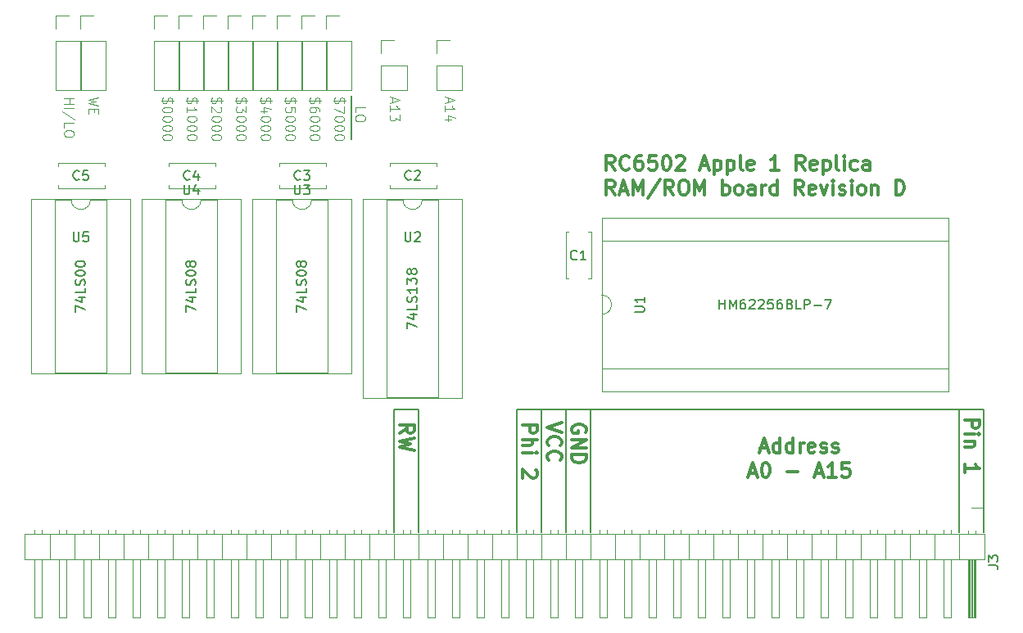
<source format=gto>
G04 #@! TF.FileFunction,Legend,Top*
%FSLAX46Y46*%
G04 Gerber Fmt 4.6, Leading zero omitted, Abs format (unit mm)*
G04 Created by KiCad (PCBNEW 4.0.7) date 02/16/19 22:22:25*
%MOMM*%
%LPD*%
G01*
G04 APERTURE LIST*
%ADD10C,0.100000*%
%ADD11C,0.200000*%
%ADD12C,0.300000*%
%ADD13C,0.120000*%
%ADD14C,0.150000*%
G04 APERTURE END LIST*
D10*
X122991619Y-106465715D02*
X122991619Y-105989524D01*
X123991619Y-105989524D01*
X123991619Y-106989524D02*
X123991619Y-107180001D01*
X123944000Y-107275239D01*
X123848762Y-107370477D01*
X123658286Y-107418096D01*
X123324952Y-107418096D01*
X123134476Y-107370477D01*
X123039238Y-107275239D01*
X122991619Y-107180001D01*
X122991619Y-106989524D01*
X123039238Y-106894286D01*
X123134476Y-106799048D01*
X123324952Y-106751429D01*
X123658286Y-106751429D01*
X123848762Y-106799048D01*
X123944000Y-106894286D01*
X123991619Y-106989524D01*
D11*
X122555000Y-104775000D02*
X122555000Y-109220000D01*
D10*
X120880238Y-104965476D02*
X120832619Y-105108333D01*
X120832619Y-105346429D01*
X120880238Y-105441667D01*
X120927857Y-105489286D01*
X121023095Y-105536905D01*
X121118333Y-105536905D01*
X121213571Y-105489286D01*
X121261190Y-105441667D01*
X121308810Y-105346429D01*
X121356429Y-105155952D01*
X121404048Y-105060714D01*
X121451667Y-105013095D01*
X121546905Y-104965476D01*
X121642143Y-104965476D01*
X121737381Y-105013095D01*
X121785000Y-105060714D01*
X121832619Y-105155952D01*
X121832619Y-105394048D01*
X121785000Y-105536905D01*
X121975476Y-105251190D02*
X120689762Y-105251190D01*
X121832619Y-105870238D02*
X121832619Y-106536905D01*
X120832619Y-106108333D01*
X121832619Y-107108333D02*
X121832619Y-107203572D01*
X121785000Y-107298810D01*
X121737381Y-107346429D01*
X121642143Y-107394048D01*
X121451667Y-107441667D01*
X121213571Y-107441667D01*
X121023095Y-107394048D01*
X120927857Y-107346429D01*
X120880238Y-107298810D01*
X120832619Y-107203572D01*
X120832619Y-107108333D01*
X120880238Y-107013095D01*
X120927857Y-106965476D01*
X121023095Y-106917857D01*
X121213571Y-106870238D01*
X121451667Y-106870238D01*
X121642143Y-106917857D01*
X121737381Y-106965476D01*
X121785000Y-107013095D01*
X121832619Y-107108333D01*
X121832619Y-108060714D02*
X121832619Y-108155953D01*
X121785000Y-108251191D01*
X121737381Y-108298810D01*
X121642143Y-108346429D01*
X121451667Y-108394048D01*
X121213571Y-108394048D01*
X121023095Y-108346429D01*
X120927857Y-108298810D01*
X120880238Y-108251191D01*
X120832619Y-108155953D01*
X120832619Y-108060714D01*
X120880238Y-107965476D01*
X120927857Y-107917857D01*
X121023095Y-107870238D01*
X121213571Y-107822619D01*
X121451667Y-107822619D01*
X121642143Y-107870238D01*
X121737381Y-107917857D01*
X121785000Y-107965476D01*
X121832619Y-108060714D01*
X121832619Y-109013095D02*
X121832619Y-109108334D01*
X121785000Y-109203572D01*
X121737381Y-109251191D01*
X121642143Y-109298810D01*
X121451667Y-109346429D01*
X121213571Y-109346429D01*
X121023095Y-109298810D01*
X120927857Y-109251191D01*
X120880238Y-109203572D01*
X120832619Y-109108334D01*
X120832619Y-109013095D01*
X120880238Y-108917857D01*
X120927857Y-108870238D01*
X121023095Y-108822619D01*
X121213571Y-108775000D01*
X121451667Y-108775000D01*
X121642143Y-108822619D01*
X121737381Y-108870238D01*
X121785000Y-108917857D01*
X121832619Y-109013095D01*
X118340238Y-104965476D02*
X118292619Y-105108333D01*
X118292619Y-105346429D01*
X118340238Y-105441667D01*
X118387857Y-105489286D01*
X118483095Y-105536905D01*
X118578333Y-105536905D01*
X118673571Y-105489286D01*
X118721190Y-105441667D01*
X118768810Y-105346429D01*
X118816429Y-105155952D01*
X118864048Y-105060714D01*
X118911667Y-105013095D01*
X119006905Y-104965476D01*
X119102143Y-104965476D01*
X119197381Y-105013095D01*
X119245000Y-105060714D01*
X119292619Y-105155952D01*
X119292619Y-105394048D01*
X119245000Y-105536905D01*
X119435476Y-105251190D02*
X118149762Y-105251190D01*
X119292619Y-106394048D02*
X119292619Y-106203571D01*
X119245000Y-106108333D01*
X119197381Y-106060714D01*
X119054524Y-105965476D01*
X118864048Y-105917857D01*
X118483095Y-105917857D01*
X118387857Y-105965476D01*
X118340238Y-106013095D01*
X118292619Y-106108333D01*
X118292619Y-106298810D01*
X118340238Y-106394048D01*
X118387857Y-106441667D01*
X118483095Y-106489286D01*
X118721190Y-106489286D01*
X118816429Y-106441667D01*
X118864048Y-106394048D01*
X118911667Y-106298810D01*
X118911667Y-106108333D01*
X118864048Y-106013095D01*
X118816429Y-105965476D01*
X118721190Y-105917857D01*
X119292619Y-107108333D02*
X119292619Y-107203572D01*
X119245000Y-107298810D01*
X119197381Y-107346429D01*
X119102143Y-107394048D01*
X118911667Y-107441667D01*
X118673571Y-107441667D01*
X118483095Y-107394048D01*
X118387857Y-107346429D01*
X118340238Y-107298810D01*
X118292619Y-107203572D01*
X118292619Y-107108333D01*
X118340238Y-107013095D01*
X118387857Y-106965476D01*
X118483095Y-106917857D01*
X118673571Y-106870238D01*
X118911667Y-106870238D01*
X119102143Y-106917857D01*
X119197381Y-106965476D01*
X119245000Y-107013095D01*
X119292619Y-107108333D01*
X119292619Y-108060714D02*
X119292619Y-108155953D01*
X119245000Y-108251191D01*
X119197381Y-108298810D01*
X119102143Y-108346429D01*
X118911667Y-108394048D01*
X118673571Y-108394048D01*
X118483095Y-108346429D01*
X118387857Y-108298810D01*
X118340238Y-108251191D01*
X118292619Y-108155953D01*
X118292619Y-108060714D01*
X118340238Y-107965476D01*
X118387857Y-107917857D01*
X118483095Y-107870238D01*
X118673571Y-107822619D01*
X118911667Y-107822619D01*
X119102143Y-107870238D01*
X119197381Y-107917857D01*
X119245000Y-107965476D01*
X119292619Y-108060714D01*
X119292619Y-109013095D02*
X119292619Y-109108334D01*
X119245000Y-109203572D01*
X119197381Y-109251191D01*
X119102143Y-109298810D01*
X118911667Y-109346429D01*
X118673571Y-109346429D01*
X118483095Y-109298810D01*
X118387857Y-109251191D01*
X118340238Y-109203572D01*
X118292619Y-109108334D01*
X118292619Y-109013095D01*
X118340238Y-108917857D01*
X118387857Y-108870238D01*
X118483095Y-108822619D01*
X118673571Y-108775000D01*
X118911667Y-108775000D01*
X119102143Y-108822619D01*
X119197381Y-108870238D01*
X119245000Y-108917857D01*
X119292619Y-109013095D01*
X115800238Y-104965476D02*
X115752619Y-105108333D01*
X115752619Y-105346429D01*
X115800238Y-105441667D01*
X115847857Y-105489286D01*
X115943095Y-105536905D01*
X116038333Y-105536905D01*
X116133571Y-105489286D01*
X116181190Y-105441667D01*
X116228810Y-105346429D01*
X116276429Y-105155952D01*
X116324048Y-105060714D01*
X116371667Y-105013095D01*
X116466905Y-104965476D01*
X116562143Y-104965476D01*
X116657381Y-105013095D01*
X116705000Y-105060714D01*
X116752619Y-105155952D01*
X116752619Y-105394048D01*
X116705000Y-105536905D01*
X116895476Y-105251190D02*
X115609762Y-105251190D01*
X116752619Y-106441667D02*
X116752619Y-105965476D01*
X116276429Y-105917857D01*
X116324048Y-105965476D01*
X116371667Y-106060714D01*
X116371667Y-106298810D01*
X116324048Y-106394048D01*
X116276429Y-106441667D01*
X116181190Y-106489286D01*
X115943095Y-106489286D01*
X115847857Y-106441667D01*
X115800238Y-106394048D01*
X115752619Y-106298810D01*
X115752619Y-106060714D01*
X115800238Y-105965476D01*
X115847857Y-105917857D01*
X116752619Y-107108333D02*
X116752619Y-107203572D01*
X116705000Y-107298810D01*
X116657381Y-107346429D01*
X116562143Y-107394048D01*
X116371667Y-107441667D01*
X116133571Y-107441667D01*
X115943095Y-107394048D01*
X115847857Y-107346429D01*
X115800238Y-107298810D01*
X115752619Y-107203572D01*
X115752619Y-107108333D01*
X115800238Y-107013095D01*
X115847857Y-106965476D01*
X115943095Y-106917857D01*
X116133571Y-106870238D01*
X116371667Y-106870238D01*
X116562143Y-106917857D01*
X116657381Y-106965476D01*
X116705000Y-107013095D01*
X116752619Y-107108333D01*
X116752619Y-108060714D02*
X116752619Y-108155953D01*
X116705000Y-108251191D01*
X116657381Y-108298810D01*
X116562143Y-108346429D01*
X116371667Y-108394048D01*
X116133571Y-108394048D01*
X115943095Y-108346429D01*
X115847857Y-108298810D01*
X115800238Y-108251191D01*
X115752619Y-108155953D01*
X115752619Y-108060714D01*
X115800238Y-107965476D01*
X115847857Y-107917857D01*
X115943095Y-107870238D01*
X116133571Y-107822619D01*
X116371667Y-107822619D01*
X116562143Y-107870238D01*
X116657381Y-107917857D01*
X116705000Y-107965476D01*
X116752619Y-108060714D01*
X116752619Y-109013095D02*
X116752619Y-109108334D01*
X116705000Y-109203572D01*
X116657381Y-109251191D01*
X116562143Y-109298810D01*
X116371667Y-109346429D01*
X116133571Y-109346429D01*
X115943095Y-109298810D01*
X115847857Y-109251191D01*
X115800238Y-109203572D01*
X115752619Y-109108334D01*
X115752619Y-109013095D01*
X115800238Y-108917857D01*
X115847857Y-108870238D01*
X115943095Y-108822619D01*
X116133571Y-108775000D01*
X116371667Y-108775000D01*
X116562143Y-108822619D01*
X116657381Y-108870238D01*
X116705000Y-108917857D01*
X116752619Y-109013095D01*
X113260238Y-104965476D02*
X113212619Y-105108333D01*
X113212619Y-105346429D01*
X113260238Y-105441667D01*
X113307857Y-105489286D01*
X113403095Y-105536905D01*
X113498333Y-105536905D01*
X113593571Y-105489286D01*
X113641190Y-105441667D01*
X113688810Y-105346429D01*
X113736429Y-105155952D01*
X113784048Y-105060714D01*
X113831667Y-105013095D01*
X113926905Y-104965476D01*
X114022143Y-104965476D01*
X114117381Y-105013095D01*
X114165000Y-105060714D01*
X114212619Y-105155952D01*
X114212619Y-105394048D01*
X114165000Y-105536905D01*
X114355476Y-105251190D02*
X113069762Y-105251190D01*
X113879286Y-106394048D02*
X113212619Y-106394048D01*
X114260238Y-106155952D02*
X113545952Y-105917857D01*
X113545952Y-106536905D01*
X114212619Y-107108333D02*
X114212619Y-107203572D01*
X114165000Y-107298810D01*
X114117381Y-107346429D01*
X114022143Y-107394048D01*
X113831667Y-107441667D01*
X113593571Y-107441667D01*
X113403095Y-107394048D01*
X113307857Y-107346429D01*
X113260238Y-107298810D01*
X113212619Y-107203572D01*
X113212619Y-107108333D01*
X113260238Y-107013095D01*
X113307857Y-106965476D01*
X113403095Y-106917857D01*
X113593571Y-106870238D01*
X113831667Y-106870238D01*
X114022143Y-106917857D01*
X114117381Y-106965476D01*
X114165000Y-107013095D01*
X114212619Y-107108333D01*
X114212619Y-108060714D02*
X114212619Y-108155953D01*
X114165000Y-108251191D01*
X114117381Y-108298810D01*
X114022143Y-108346429D01*
X113831667Y-108394048D01*
X113593571Y-108394048D01*
X113403095Y-108346429D01*
X113307857Y-108298810D01*
X113260238Y-108251191D01*
X113212619Y-108155953D01*
X113212619Y-108060714D01*
X113260238Y-107965476D01*
X113307857Y-107917857D01*
X113403095Y-107870238D01*
X113593571Y-107822619D01*
X113831667Y-107822619D01*
X114022143Y-107870238D01*
X114117381Y-107917857D01*
X114165000Y-107965476D01*
X114212619Y-108060714D01*
X114212619Y-109013095D02*
X114212619Y-109108334D01*
X114165000Y-109203572D01*
X114117381Y-109251191D01*
X114022143Y-109298810D01*
X113831667Y-109346429D01*
X113593571Y-109346429D01*
X113403095Y-109298810D01*
X113307857Y-109251191D01*
X113260238Y-109203572D01*
X113212619Y-109108334D01*
X113212619Y-109013095D01*
X113260238Y-108917857D01*
X113307857Y-108870238D01*
X113403095Y-108822619D01*
X113593571Y-108775000D01*
X113831667Y-108775000D01*
X114022143Y-108822619D01*
X114117381Y-108870238D01*
X114165000Y-108917857D01*
X114212619Y-109013095D01*
X110720238Y-104965476D02*
X110672619Y-105108333D01*
X110672619Y-105346429D01*
X110720238Y-105441667D01*
X110767857Y-105489286D01*
X110863095Y-105536905D01*
X110958333Y-105536905D01*
X111053571Y-105489286D01*
X111101190Y-105441667D01*
X111148810Y-105346429D01*
X111196429Y-105155952D01*
X111244048Y-105060714D01*
X111291667Y-105013095D01*
X111386905Y-104965476D01*
X111482143Y-104965476D01*
X111577381Y-105013095D01*
X111625000Y-105060714D01*
X111672619Y-105155952D01*
X111672619Y-105394048D01*
X111625000Y-105536905D01*
X111815476Y-105251190D02*
X110529762Y-105251190D01*
X111672619Y-105870238D02*
X111672619Y-106489286D01*
X111291667Y-106155952D01*
X111291667Y-106298810D01*
X111244048Y-106394048D01*
X111196429Y-106441667D01*
X111101190Y-106489286D01*
X110863095Y-106489286D01*
X110767857Y-106441667D01*
X110720238Y-106394048D01*
X110672619Y-106298810D01*
X110672619Y-106013095D01*
X110720238Y-105917857D01*
X110767857Y-105870238D01*
X111672619Y-107108333D02*
X111672619Y-107203572D01*
X111625000Y-107298810D01*
X111577381Y-107346429D01*
X111482143Y-107394048D01*
X111291667Y-107441667D01*
X111053571Y-107441667D01*
X110863095Y-107394048D01*
X110767857Y-107346429D01*
X110720238Y-107298810D01*
X110672619Y-107203572D01*
X110672619Y-107108333D01*
X110720238Y-107013095D01*
X110767857Y-106965476D01*
X110863095Y-106917857D01*
X111053571Y-106870238D01*
X111291667Y-106870238D01*
X111482143Y-106917857D01*
X111577381Y-106965476D01*
X111625000Y-107013095D01*
X111672619Y-107108333D01*
X111672619Y-108060714D02*
X111672619Y-108155953D01*
X111625000Y-108251191D01*
X111577381Y-108298810D01*
X111482143Y-108346429D01*
X111291667Y-108394048D01*
X111053571Y-108394048D01*
X110863095Y-108346429D01*
X110767857Y-108298810D01*
X110720238Y-108251191D01*
X110672619Y-108155953D01*
X110672619Y-108060714D01*
X110720238Y-107965476D01*
X110767857Y-107917857D01*
X110863095Y-107870238D01*
X111053571Y-107822619D01*
X111291667Y-107822619D01*
X111482143Y-107870238D01*
X111577381Y-107917857D01*
X111625000Y-107965476D01*
X111672619Y-108060714D01*
X111672619Y-109013095D02*
X111672619Y-109108334D01*
X111625000Y-109203572D01*
X111577381Y-109251191D01*
X111482143Y-109298810D01*
X111291667Y-109346429D01*
X111053571Y-109346429D01*
X110863095Y-109298810D01*
X110767857Y-109251191D01*
X110720238Y-109203572D01*
X110672619Y-109108334D01*
X110672619Y-109013095D01*
X110720238Y-108917857D01*
X110767857Y-108870238D01*
X110863095Y-108822619D01*
X111053571Y-108775000D01*
X111291667Y-108775000D01*
X111482143Y-108822619D01*
X111577381Y-108870238D01*
X111625000Y-108917857D01*
X111672619Y-109013095D01*
X108180238Y-104965476D02*
X108132619Y-105108333D01*
X108132619Y-105346429D01*
X108180238Y-105441667D01*
X108227857Y-105489286D01*
X108323095Y-105536905D01*
X108418333Y-105536905D01*
X108513571Y-105489286D01*
X108561190Y-105441667D01*
X108608810Y-105346429D01*
X108656429Y-105155952D01*
X108704048Y-105060714D01*
X108751667Y-105013095D01*
X108846905Y-104965476D01*
X108942143Y-104965476D01*
X109037381Y-105013095D01*
X109085000Y-105060714D01*
X109132619Y-105155952D01*
X109132619Y-105394048D01*
X109085000Y-105536905D01*
X109275476Y-105251190D02*
X107989762Y-105251190D01*
X109037381Y-105917857D02*
X109085000Y-105965476D01*
X109132619Y-106060714D01*
X109132619Y-106298810D01*
X109085000Y-106394048D01*
X109037381Y-106441667D01*
X108942143Y-106489286D01*
X108846905Y-106489286D01*
X108704048Y-106441667D01*
X108132619Y-105870238D01*
X108132619Y-106489286D01*
X109132619Y-107108333D02*
X109132619Y-107203572D01*
X109085000Y-107298810D01*
X109037381Y-107346429D01*
X108942143Y-107394048D01*
X108751667Y-107441667D01*
X108513571Y-107441667D01*
X108323095Y-107394048D01*
X108227857Y-107346429D01*
X108180238Y-107298810D01*
X108132619Y-107203572D01*
X108132619Y-107108333D01*
X108180238Y-107013095D01*
X108227857Y-106965476D01*
X108323095Y-106917857D01*
X108513571Y-106870238D01*
X108751667Y-106870238D01*
X108942143Y-106917857D01*
X109037381Y-106965476D01*
X109085000Y-107013095D01*
X109132619Y-107108333D01*
X109132619Y-108060714D02*
X109132619Y-108155953D01*
X109085000Y-108251191D01*
X109037381Y-108298810D01*
X108942143Y-108346429D01*
X108751667Y-108394048D01*
X108513571Y-108394048D01*
X108323095Y-108346429D01*
X108227857Y-108298810D01*
X108180238Y-108251191D01*
X108132619Y-108155953D01*
X108132619Y-108060714D01*
X108180238Y-107965476D01*
X108227857Y-107917857D01*
X108323095Y-107870238D01*
X108513571Y-107822619D01*
X108751667Y-107822619D01*
X108942143Y-107870238D01*
X109037381Y-107917857D01*
X109085000Y-107965476D01*
X109132619Y-108060714D01*
X109132619Y-109013095D02*
X109132619Y-109108334D01*
X109085000Y-109203572D01*
X109037381Y-109251191D01*
X108942143Y-109298810D01*
X108751667Y-109346429D01*
X108513571Y-109346429D01*
X108323095Y-109298810D01*
X108227857Y-109251191D01*
X108180238Y-109203572D01*
X108132619Y-109108334D01*
X108132619Y-109013095D01*
X108180238Y-108917857D01*
X108227857Y-108870238D01*
X108323095Y-108822619D01*
X108513571Y-108775000D01*
X108751667Y-108775000D01*
X108942143Y-108822619D01*
X109037381Y-108870238D01*
X109085000Y-108917857D01*
X109132619Y-109013095D01*
X105640238Y-104965476D02*
X105592619Y-105108333D01*
X105592619Y-105346429D01*
X105640238Y-105441667D01*
X105687857Y-105489286D01*
X105783095Y-105536905D01*
X105878333Y-105536905D01*
X105973571Y-105489286D01*
X106021190Y-105441667D01*
X106068810Y-105346429D01*
X106116429Y-105155952D01*
X106164048Y-105060714D01*
X106211667Y-105013095D01*
X106306905Y-104965476D01*
X106402143Y-104965476D01*
X106497381Y-105013095D01*
X106545000Y-105060714D01*
X106592619Y-105155952D01*
X106592619Y-105394048D01*
X106545000Y-105536905D01*
X106735476Y-105251190D02*
X105449762Y-105251190D01*
X105592619Y-106489286D02*
X105592619Y-105917857D01*
X105592619Y-106203571D02*
X106592619Y-106203571D01*
X106449762Y-106108333D01*
X106354524Y-106013095D01*
X106306905Y-105917857D01*
X106592619Y-107108333D02*
X106592619Y-107203572D01*
X106545000Y-107298810D01*
X106497381Y-107346429D01*
X106402143Y-107394048D01*
X106211667Y-107441667D01*
X105973571Y-107441667D01*
X105783095Y-107394048D01*
X105687857Y-107346429D01*
X105640238Y-107298810D01*
X105592619Y-107203572D01*
X105592619Y-107108333D01*
X105640238Y-107013095D01*
X105687857Y-106965476D01*
X105783095Y-106917857D01*
X105973571Y-106870238D01*
X106211667Y-106870238D01*
X106402143Y-106917857D01*
X106497381Y-106965476D01*
X106545000Y-107013095D01*
X106592619Y-107108333D01*
X106592619Y-108060714D02*
X106592619Y-108155953D01*
X106545000Y-108251191D01*
X106497381Y-108298810D01*
X106402143Y-108346429D01*
X106211667Y-108394048D01*
X105973571Y-108394048D01*
X105783095Y-108346429D01*
X105687857Y-108298810D01*
X105640238Y-108251191D01*
X105592619Y-108155953D01*
X105592619Y-108060714D01*
X105640238Y-107965476D01*
X105687857Y-107917857D01*
X105783095Y-107870238D01*
X105973571Y-107822619D01*
X106211667Y-107822619D01*
X106402143Y-107870238D01*
X106497381Y-107917857D01*
X106545000Y-107965476D01*
X106592619Y-108060714D01*
X106592619Y-109013095D02*
X106592619Y-109108334D01*
X106545000Y-109203572D01*
X106497381Y-109251191D01*
X106402143Y-109298810D01*
X106211667Y-109346429D01*
X105973571Y-109346429D01*
X105783095Y-109298810D01*
X105687857Y-109251191D01*
X105640238Y-109203572D01*
X105592619Y-109108334D01*
X105592619Y-109013095D01*
X105640238Y-108917857D01*
X105687857Y-108870238D01*
X105783095Y-108822619D01*
X105973571Y-108775000D01*
X106211667Y-108775000D01*
X106402143Y-108822619D01*
X106497381Y-108870238D01*
X106545000Y-108917857D01*
X106592619Y-109013095D01*
X103100238Y-104965476D02*
X103052619Y-105108333D01*
X103052619Y-105346429D01*
X103100238Y-105441667D01*
X103147857Y-105489286D01*
X103243095Y-105536905D01*
X103338333Y-105536905D01*
X103433571Y-105489286D01*
X103481190Y-105441667D01*
X103528810Y-105346429D01*
X103576429Y-105155952D01*
X103624048Y-105060714D01*
X103671667Y-105013095D01*
X103766905Y-104965476D01*
X103862143Y-104965476D01*
X103957381Y-105013095D01*
X104005000Y-105060714D01*
X104052619Y-105155952D01*
X104052619Y-105394048D01*
X104005000Y-105536905D01*
X104195476Y-105251190D02*
X102909762Y-105251190D01*
X104052619Y-106155952D02*
X104052619Y-106251191D01*
X104005000Y-106346429D01*
X103957381Y-106394048D01*
X103862143Y-106441667D01*
X103671667Y-106489286D01*
X103433571Y-106489286D01*
X103243095Y-106441667D01*
X103147857Y-106394048D01*
X103100238Y-106346429D01*
X103052619Y-106251191D01*
X103052619Y-106155952D01*
X103100238Y-106060714D01*
X103147857Y-106013095D01*
X103243095Y-105965476D01*
X103433571Y-105917857D01*
X103671667Y-105917857D01*
X103862143Y-105965476D01*
X103957381Y-106013095D01*
X104005000Y-106060714D01*
X104052619Y-106155952D01*
X104052619Y-107108333D02*
X104052619Y-107203572D01*
X104005000Y-107298810D01*
X103957381Y-107346429D01*
X103862143Y-107394048D01*
X103671667Y-107441667D01*
X103433571Y-107441667D01*
X103243095Y-107394048D01*
X103147857Y-107346429D01*
X103100238Y-107298810D01*
X103052619Y-107203572D01*
X103052619Y-107108333D01*
X103100238Y-107013095D01*
X103147857Y-106965476D01*
X103243095Y-106917857D01*
X103433571Y-106870238D01*
X103671667Y-106870238D01*
X103862143Y-106917857D01*
X103957381Y-106965476D01*
X104005000Y-107013095D01*
X104052619Y-107108333D01*
X104052619Y-108060714D02*
X104052619Y-108155953D01*
X104005000Y-108251191D01*
X103957381Y-108298810D01*
X103862143Y-108346429D01*
X103671667Y-108394048D01*
X103433571Y-108394048D01*
X103243095Y-108346429D01*
X103147857Y-108298810D01*
X103100238Y-108251191D01*
X103052619Y-108155953D01*
X103052619Y-108060714D01*
X103100238Y-107965476D01*
X103147857Y-107917857D01*
X103243095Y-107870238D01*
X103433571Y-107822619D01*
X103671667Y-107822619D01*
X103862143Y-107870238D01*
X103957381Y-107917857D01*
X104005000Y-107965476D01*
X104052619Y-108060714D01*
X104052619Y-109013095D02*
X104052619Y-109108334D01*
X104005000Y-109203572D01*
X103957381Y-109251191D01*
X103862143Y-109298810D01*
X103671667Y-109346429D01*
X103433571Y-109346429D01*
X103243095Y-109298810D01*
X103147857Y-109251191D01*
X103100238Y-109203572D01*
X103052619Y-109108334D01*
X103052619Y-109013095D01*
X103100238Y-108917857D01*
X103147857Y-108870238D01*
X103243095Y-108822619D01*
X103433571Y-108775000D01*
X103671667Y-108775000D01*
X103862143Y-108822619D01*
X103957381Y-108870238D01*
X104005000Y-108917857D01*
X104052619Y-109013095D01*
X132548333Y-104965476D02*
X132548333Y-105441667D01*
X132262619Y-104870238D02*
X133262619Y-105203571D01*
X132262619Y-105536905D01*
X132262619Y-106394048D02*
X132262619Y-105822619D01*
X132262619Y-106108333D02*
X133262619Y-106108333D01*
X133119762Y-106013095D01*
X133024524Y-105917857D01*
X132976905Y-105822619D01*
X132929286Y-107251191D02*
X132262619Y-107251191D01*
X133310238Y-107013095D02*
X132595952Y-106775000D01*
X132595952Y-107394048D01*
X96432619Y-104917857D02*
X95432619Y-105155952D01*
X96146905Y-105346429D01*
X95432619Y-105536905D01*
X96432619Y-105775000D01*
X95956429Y-106155952D02*
X95956429Y-106489286D01*
X95432619Y-106632143D02*
X95432619Y-106155952D01*
X96432619Y-106155952D01*
X96432619Y-106632143D01*
X92892619Y-105013095D02*
X93892619Y-105013095D01*
X93416429Y-105013095D02*
X93416429Y-105584524D01*
X92892619Y-105584524D02*
X93892619Y-105584524D01*
X92892619Y-106060714D02*
X93892619Y-106060714D01*
X93940238Y-107251190D02*
X92654524Y-106394047D01*
X92892619Y-108060714D02*
X92892619Y-107584523D01*
X93892619Y-107584523D01*
X93892619Y-108584523D02*
X93892619Y-108775000D01*
X93845000Y-108870238D01*
X93749762Y-108965476D01*
X93559286Y-109013095D01*
X93225952Y-109013095D01*
X93035476Y-108965476D01*
X92940238Y-108870238D01*
X92892619Y-108775000D01*
X92892619Y-108584523D01*
X92940238Y-108489285D01*
X93035476Y-108394047D01*
X93225952Y-108346428D01*
X93559286Y-108346428D01*
X93749762Y-108394047D01*
X93845000Y-108489285D01*
X93892619Y-108584523D01*
X126833333Y-104965476D02*
X126833333Y-105441667D01*
X126547619Y-104870238D02*
X127547619Y-105203571D01*
X126547619Y-105536905D01*
X126547619Y-106394048D02*
X126547619Y-105822619D01*
X126547619Y-106108333D02*
X127547619Y-106108333D01*
X127404762Y-106013095D01*
X127309524Y-105917857D01*
X127261905Y-105822619D01*
X127547619Y-106727381D02*
X127547619Y-107346429D01*
X127166667Y-107013095D01*
X127166667Y-107155953D01*
X127119048Y-107251191D01*
X127071429Y-107298810D01*
X126976190Y-107346429D01*
X126738095Y-107346429D01*
X126642857Y-107298810D01*
X126595238Y-107251191D01*
X126547619Y-107155953D01*
X126547619Y-106870238D01*
X126595238Y-106775000D01*
X126642857Y-106727381D01*
D11*
X127000000Y-137160000D02*
X129540000Y-137160000D01*
X127000000Y-149860000D02*
X127000000Y-137160000D01*
X129540000Y-137160000D02*
X129540000Y-149860000D01*
D12*
X127591429Y-139644286D02*
X128305714Y-139144286D01*
X127591429Y-138787143D02*
X129091429Y-138787143D01*
X129091429Y-139358571D01*
X129020000Y-139501429D01*
X128948571Y-139572857D01*
X128805714Y-139644286D01*
X128591429Y-139644286D01*
X128448571Y-139572857D01*
X128377143Y-139501429D01*
X128305714Y-139358571D01*
X128305714Y-138787143D01*
X129091429Y-140144286D02*
X127591429Y-140501429D01*
X128662857Y-140787143D01*
X127591429Y-141072857D01*
X129091429Y-141430000D01*
D11*
X185420000Y-137160000D02*
X185420000Y-149860000D01*
X139700000Y-137160000D02*
X139700000Y-149860000D01*
X142240000Y-137160000D02*
X139700000Y-137160000D01*
D12*
X140291429Y-138787143D02*
X141791429Y-138787143D01*
X141791429Y-139358571D01*
X141720000Y-139501429D01*
X141648571Y-139572857D01*
X141505714Y-139644286D01*
X141291429Y-139644286D01*
X141148571Y-139572857D01*
X141077143Y-139501429D01*
X141005714Y-139358571D01*
X141005714Y-138787143D01*
X140291429Y-140287143D02*
X141791429Y-140287143D01*
X140291429Y-140930000D02*
X141077143Y-140930000D01*
X141220000Y-140858571D01*
X141291429Y-140715714D01*
X141291429Y-140501429D01*
X141220000Y-140358571D01*
X141148571Y-140287143D01*
X140291429Y-141644286D02*
X141291429Y-141644286D01*
X141791429Y-141644286D02*
X141720000Y-141572857D01*
X141648571Y-141644286D01*
X141720000Y-141715714D01*
X141791429Y-141644286D01*
X141648571Y-141644286D01*
X141648571Y-143430000D02*
X141720000Y-143501429D01*
X141791429Y-143644286D01*
X141791429Y-144001429D01*
X141720000Y-144144286D01*
X141648571Y-144215715D01*
X141505714Y-144287143D01*
X141362857Y-144287143D01*
X141148571Y-144215715D01*
X140291429Y-143358572D01*
X140291429Y-144287143D01*
X164874286Y-141215000D02*
X165588572Y-141215000D01*
X164731429Y-141643571D02*
X165231429Y-140143571D01*
X165731429Y-141643571D01*
X166874286Y-141643571D02*
X166874286Y-140143571D01*
X166874286Y-141572143D02*
X166731429Y-141643571D01*
X166445715Y-141643571D01*
X166302857Y-141572143D01*
X166231429Y-141500714D01*
X166160000Y-141357857D01*
X166160000Y-140929286D01*
X166231429Y-140786429D01*
X166302857Y-140715000D01*
X166445715Y-140643571D01*
X166731429Y-140643571D01*
X166874286Y-140715000D01*
X168231429Y-141643571D02*
X168231429Y-140143571D01*
X168231429Y-141572143D02*
X168088572Y-141643571D01*
X167802858Y-141643571D01*
X167660000Y-141572143D01*
X167588572Y-141500714D01*
X167517143Y-141357857D01*
X167517143Y-140929286D01*
X167588572Y-140786429D01*
X167660000Y-140715000D01*
X167802858Y-140643571D01*
X168088572Y-140643571D01*
X168231429Y-140715000D01*
X168945715Y-141643571D02*
X168945715Y-140643571D01*
X168945715Y-140929286D02*
X169017143Y-140786429D01*
X169088572Y-140715000D01*
X169231429Y-140643571D01*
X169374286Y-140643571D01*
X170445714Y-141572143D02*
X170302857Y-141643571D01*
X170017143Y-141643571D01*
X169874286Y-141572143D01*
X169802857Y-141429286D01*
X169802857Y-140857857D01*
X169874286Y-140715000D01*
X170017143Y-140643571D01*
X170302857Y-140643571D01*
X170445714Y-140715000D01*
X170517143Y-140857857D01*
X170517143Y-141000714D01*
X169802857Y-141143571D01*
X171088571Y-141572143D02*
X171231428Y-141643571D01*
X171517143Y-141643571D01*
X171660000Y-141572143D01*
X171731428Y-141429286D01*
X171731428Y-141357857D01*
X171660000Y-141215000D01*
X171517143Y-141143571D01*
X171302857Y-141143571D01*
X171160000Y-141072143D01*
X171088571Y-140929286D01*
X171088571Y-140857857D01*
X171160000Y-140715000D01*
X171302857Y-140643571D01*
X171517143Y-140643571D01*
X171660000Y-140715000D01*
X172302857Y-141572143D02*
X172445714Y-141643571D01*
X172731429Y-141643571D01*
X172874286Y-141572143D01*
X172945714Y-141429286D01*
X172945714Y-141357857D01*
X172874286Y-141215000D01*
X172731429Y-141143571D01*
X172517143Y-141143571D01*
X172374286Y-141072143D01*
X172302857Y-140929286D01*
X172302857Y-140857857D01*
X172374286Y-140715000D01*
X172517143Y-140643571D01*
X172731429Y-140643571D01*
X172874286Y-140715000D01*
X163695715Y-143765000D02*
X164410001Y-143765000D01*
X163552858Y-144193571D02*
X164052858Y-142693571D01*
X164552858Y-144193571D01*
X165338572Y-142693571D02*
X165481429Y-142693571D01*
X165624286Y-142765000D01*
X165695715Y-142836429D01*
X165767144Y-142979286D01*
X165838572Y-143265000D01*
X165838572Y-143622143D01*
X165767144Y-143907857D01*
X165695715Y-144050714D01*
X165624286Y-144122143D01*
X165481429Y-144193571D01*
X165338572Y-144193571D01*
X165195715Y-144122143D01*
X165124286Y-144050714D01*
X165052858Y-143907857D01*
X164981429Y-143622143D01*
X164981429Y-143265000D01*
X165052858Y-142979286D01*
X165124286Y-142836429D01*
X165195715Y-142765000D01*
X165338572Y-142693571D01*
X167624286Y-143622143D02*
X168767143Y-143622143D01*
X170552857Y-143765000D02*
X171267143Y-143765000D01*
X170410000Y-144193571D02*
X170910000Y-142693571D01*
X171410000Y-144193571D01*
X172695714Y-144193571D02*
X171838571Y-144193571D01*
X172267143Y-144193571D02*
X172267143Y-142693571D01*
X172124286Y-142907857D01*
X171981428Y-143050714D01*
X171838571Y-143122143D01*
X174052857Y-142693571D02*
X173338571Y-142693571D01*
X173267142Y-143407857D01*
X173338571Y-143336429D01*
X173481428Y-143265000D01*
X173838571Y-143265000D01*
X173981428Y-143336429D01*
X174052857Y-143407857D01*
X174124285Y-143550714D01*
X174124285Y-143907857D01*
X174052857Y-144050714D01*
X173981428Y-144122143D01*
X173838571Y-144193571D01*
X173481428Y-144193571D01*
X173338571Y-144122143D01*
X173267142Y-144050714D01*
X146800000Y-139572857D02*
X146871429Y-139430000D01*
X146871429Y-139215714D01*
X146800000Y-139001429D01*
X146657143Y-138858571D01*
X146514286Y-138787143D01*
X146228571Y-138715714D01*
X146014286Y-138715714D01*
X145728571Y-138787143D01*
X145585714Y-138858571D01*
X145442857Y-139001429D01*
X145371429Y-139215714D01*
X145371429Y-139358571D01*
X145442857Y-139572857D01*
X145514286Y-139644286D01*
X146014286Y-139644286D01*
X146014286Y-139358571D01*
X145371429Y-140287143D02*
X146871429Y-140287143D01*
X145371429Y-141144286D01*
X146871429Y-141144286D01*
X145371429Y-141858572D02*
X146871429Y-141858572D01*
X146871429Y-142215715D01*
X146800000Y-142430000D01*
X146657143Y-142572858D01*
X146514286Y-142644286D01*
X146228571Y-142715715D01*
X146014286Y-142715715D01*
X145728571Y-142644286D01*
X145585714Y-142572858D01*
X145442857Y-142430000D01*
X145371429Y-142215715D01*
X145371429Y-141858572D01*
X144331429Y-138572857D02*
X142831429Y-139072857D01*
X144331429Y-139572857D01*
X142974286Y-140930000D02*
X142902857Y-140858571D01*
X142831429Y-140644285D01*
X142831429Y-140501428D01*
X142902857Y-140287143D01*
X143045714Y-140144285D01*
X143188571Y-140072857D01*
X143474286Y-140001428D01*
X143688571Y-140001428D01*
X143974286Y-140072857D01*
X144117143Y-140144285D01*
X144260000Y-140287143D01*
X144331429Y-140501428D01*
X144331429Y-140644285D01*
X144260000Y-140858571D01*
X144188571Y-140930000D01*
X142974286Y-142430000D02*
X142902857Y-142358571D01*
X142831429Y-142144285D01*
X142831429Y-142001428D01*
X142902857Y-141787143D01*
X143045714Y-141644285D01*
X143188571Y-141572857D01*
X143474286Y-141501428D01*
X143688571Y-141501428D01*
X143974286Y-141572857D01*
X144117143Y-141644285D01*
X144260000Y-141787143D01*
X144331429Y-142001428D01*
X144331429Y-142144285D01*
X144260000Y-142358571D01*
X144188571Y-142430000D01*
D11*
X147320000Y-137160000D02*
X185420000Y-137160000D01*
X147320000Y-137160000D02*
X144780000Y-137160000D01*
X147320000Y-149860000D02*
X147320000Y-137160000D01*
X144780000Y-137160000D02*
X144780000Y-149860000D01*
X142240000Y-137160000D02*
X144780000Y-137160000D01*
X142240000Y-149860000D02*
X142240000Y-137160000D01*
D12*
X149804286Y-112433571D02*
X149304286Y-111719286D01*
X148947143Y-112433571D02*
X148947143Y-110933571D01*
X149518571Y-110933571D01*
X149661429Y-111005000D01*
X149732857Y-111076429D01*
X149804286Y-111219286D01*
X149804286Y-111433571D01*
X149732857Y-111576429D01*
X149661429Y-111647857D01*
X149518571Y-111719286D01*
X148947143Y-111719286D01*
X151304286Y-112290714D02*
X151232857Y-112362143D01*
X151018571Y-112433571D01*
X150875714Y-112433571D01*
X150661429Y-112362143D01*
X150518571Y-112219286D01*
X150447143Y-112076429D01*
X150375714Y-111790714D01*
X150375714Y-111576429D01*
X150447143Y-111290714D01*
X150518571Y-111147857D01*
X150661429Y-111005000D01*
X150875714Y-110933571D01*
X151018571Y-110933571D01*
X151232857Y-111005000D01*
X151304286Y-111076429D01*
X152590000Y-110933571D02*
X152304286Y-110933571D01*
X152161429Y-111005000D01*
X152090000Y-111076429D01*
X151947143Y-111290714D01*
X151875714Y-111576429D01*
X151875714Y-112147857D01*
X151947143Y-112290714D01*
X152018571Y-112362143D01*
X152161429Y-112433571D01*
X152447143Y-112433571D01*
X152590000Y-112362143D01*
X152661429Y-112290714D01*
X152732857Y-112147857D01*
X152732857Y-111790714D01*
X152661429Y-111647857D01*
X152590000Y-111576429D01*
X152447143Y-111505000D01*
X152161429Y-111505000D01*
X152018571Y-111576429D01*
X151947143Y-111647857D01*
X151875714Y-111790714D01*
X154090000Y-110933571D02*
X153375714Y-110933571D01*
X153304285Y-111647857D01*
X153375714Y-111576429D01*
X153518571Y-111505000D01*
X153875714Y-111505000D01*
X154018571Y-111576429D01*
X154090000Y-111647857D01*
X154161428Y-111790714D01*
X154161428Y-112147857D01*
X154090000Y-112290714D01*
X154018571Y-112362143D01*
X153875714Y-112433571D01*
X153518571Y-112433571D01*
X153375714Y-112362143D01*
X153304285Y-112290714D01*
X155089999Y-110933571D02*
X155232856Y-110933571D01*
X155375713Y-111005000D01*
X155447142Y-111076429D01*
X155518571Y-111219286D01*
X155589999Y-111505000D01*
X155589999Y-111862143D01*
X155518571Y-112147857D01*
X155447142Y-112290714D01*
X155375713Y-112362143D01*
X155232856Y-112433571D01*
X155089999Y-112433571D01*
X154947142Y-112362143D01*
X154875713Y-112290714D01*
X154804285Y-112147857D01*
X154732856Y-111862143D01*
X154732856Y-111505000D01*
X154804285Y-111219286D01*
X154875713Y-111076429D01*
X154947142Y-111005000D01*
X155089999Y-110933571D01*
X156161427Y-111076429D02*
X156232856Y-111005000D01*
X156375713Y-110933571D01*
X156732856Y-110933571D01*
X156875713Y-111005000D01*
X156947142Y-111076429D01*
X157018570Y-111219286D01*
X157018570Y-111362143D01*
X156947142Y-111576429D01*
X156089999Y-112433571D01*
X157018570Y-112433571D01*
X158732855Y-112005000D02*
X159447141Y-112005000D01*
X158589998Y-112433571D02*
X159089998Y-110933571D01*
X159589998Y-112433571D01*
X160089998Y-111433571D02*
X160089998Y-112933571D01*
X160089998Y-111505000D02*
X160232855Y-111433571D01*
X160518569Y-111433571D01*
X160661426Y-111505000D01*
X160732855Y-111576429D01*
X160804284Y-111719286D01*
X160804284Y-112147857D01*
X160732855Y-112290714D01*
X160661426Y-112362143D01*
X160518569Y-112433571D01*
X160232855Y-112433571D01*
X160089998Y-112362143D01*
X161447141Y-111433571D02*
X161447141Y-112933571D01*
X161447141Y-111505000D02*
X161589998Y-111433571D01*
X161875712Y-111433571D01*
X162018569Y-111505000D01*
X162089998Y-111576429D01*
X162161427Y-111719286D01*
X162161427Y-112147857D01*
X162089998Y-112290714D01*
X162018569Y-112362143D01*
X161875712Y-112433571D01*
X161589998Y-112433571D01*
X161447141Y-112362143D01*
X163018570Y-112433571D02*
X162875712Y-112362143D01*
X162804284Y-112219286D01*
X162804284Y-110933571D01*
X164161426Y-112362143D02*
X164018569Y-112433571D01*
X163732855Y-112433571D01*
X163589998Y-112362143D01*
X163518569Y-112219286D01*
X163518569Y-111647857D01*
X163589998Y-111505000D01*
X163732855Y-111433571D01*
X164018569Y-111433571D01*
X164161426Y-111505000D01*
X164232855Y-111647857D01*
X164232855Y-111790714D01*
X163518569Y-111933571D01*
X166804283Y-112433571D02*
X165947140Y-112433571D01*
X166375712Y-112433571D02*
X166375712Y-110933571D01*
X166232855Y-111147857D01*
X166089997Y-111290714D01*
X165947140Y-111362143D01*
X169447140Y-112433571D02*
X168947140Y-111719286D01*
X168589997Y-112433571D02*
X168589997Y-110933571D01*
X169161425Y-110933571D01*
X169304283Y-111005000D01*
X169375711Y-111076429D01*
X169447140Y-111219286D01*
X169447140Y-111433571D01*
X169375711Y-111576429D01*
X169304283Y-111647857D01*
X169161425Y-111719286D01*
X168589997Y-111719286D01*
X170661425Y-112362143D02*
X170518568Y-112433571D01*
X170232854Y-112433571D01*
X170089997Y-112362143D01*
X170018568Y-112219286D01*
X170018568Y-111647857D01*
X170089997Y-111505000D01*
X170232854Y-111433571D01*
X170518568Y-111433571D01*
X170661425Y-111505000D01*
X170732854Y-111647857D01*
X170732854Y-111790714D01*
X170018568Y-111933571D01*
X171375711Y-111433571D02*
X171375711Y-112933571D01*
X171375711Y-111505000D02*
X171518568Y-111433571D01*
X171804282Y-111433571D01*
X171947139Y-111505000D01*
X172018568Y-111576429D01*
X172089997Y-111719286D01*
X172089997Y-112147857D01*
X172018568Y-112290714D01*
X171947139Y-112362143D01*
X171804282Y-112433571D01*
X171518568Y-112433571D01*
X171375711Y-112362143D01*
X172947140Y-112433571D02*
X172804282Y-112362143D01*
X172732854Y-112219286D01*
X172732854Y-110933571D01*
X173518568Y-112433571D02*
X173518568Y-111433571D01*
X173518568Y-110933571D02*
X173447139Y-111005000D01*
X173518568Y-111076429D01*
X173589996Y-111005000D01*
X173518568Y-110933571D01*
X173518568Y-111076429D01*
X174875711Y-112362143D02*
X174732854Y-112433571D01*
X174447140Y-112433571D01*
X174304282Y-112362143D01*
X174232854Y-112290714D01*
X174161425Y-112147857D01*
X174161425Y-111719286D01*
X174232854Y-111576429D01*
X174304282Y-111505000D01*
X174447140Y-111433571D01*
X174732854Y-111433571D01*
X174875711Y-111505000D01*
X176161425Y-112433571D02*
X176161425Y-111647857D01*
X176089996Y-111505000D01*
X175947139Y-111433571D01*
X175661425Y-111433571D01*
X175518568Y-111505000D01*
X176161425Y-112362143D02*
X176018568Y-112433571D01*
X175661425Y-112433571D01*
X175518568Y-112362143D01*
X175447139Y-112219286D01*
X175447139Y-112076429D01*
X175518568Y-111933571D01*
X175661425Y-111862143D01*
X176018568Y-111862143D01*
X176161425Y-111790714D01*
X149804286Y-114983571D02*
X149304286Y-114269286D01*
X148947143Y-114983571D02*
X148947143Y-113483571D01*
X149518571Y-113483571D01*
X149661429Y-113555000D01*
X149732857Y-113626429D01*
X149804286Y-113769286D01*
X149804286Y-113983571D01*
X149732857Y-114126429D01*
X149661429Y-114197857D01*
X149518571Y-114269286D01*
X148947143Y-114269286D01*
X150375714Y-114555000D02*
X151090000Y-114555000D01*
X150232857Y-114983571D02*
X150732857Y-113483571D01*
X151232857Y-114983571D01*
X151732857Y-114983571D02*
X151732857Y-113483571D01*
X152232857Y-114555000D01*
X152732857Y-113483571D01*
X152732857Y-114983571D01*
X154518571Y-113412143D02*
X153232857Y-115340714D01*
X155875715Y-114983571D02*
X155375715Y-114269286D01*
X155018572Y-114983571D02*
X155018572Y-113483571D01*
X155590000Y-113483571D01*
X155732858Y-113555000D01*
X155804286Y-113626429D01*
X155875715Y-113769286D01*
X155875715Y-113983571D01*
X155804286Y-114126429D01*
X155732858Y-114197857D01*
X155590000Y-114269286D01*
X155018572Y-114269286D01*
X156804286Y-113483571D02*
X157090000Y-113483571D01*
X157232858Y-113555000D01*
X157375715Y-113697857D01*
X157447143Y-113983571D01*
X157447143Y-114483571D01*
X157375715Y-114769286D01*
X157232858Y-114912143D01*
X157090000Y-114983571D01*
X156804286Y-114983571D01*
X156661429Y-114912143D01*
X156518572Y-114769286D01*
X156447143Y-114483571D01*
X156447143Y-113983571D01*
X156518572Y-113697857D01*
X156661429Y-113555000D01*
X156804286Y-113483571D01*
X158090001Y-114983571D02*
X158090001Y-113483571D01*
X158590001Y-114555000D01*
X159090001Y-113483571D01*
X159090001Y-114983571D01*
X160947144Y-114983571D02*
X160947144Y-113483571D01*
X160947144Y-114055000D02*
X161090001Y-113983571D01*
X161375715Y-113983571D01*
X161518572Y-114055000D01*
X161590001Y-114126429D01*
X161661430Y-114269286D01*
X161661430Y-114697857D01*
X161590001Y-114840714D01*
X161518572Y-114912143D01*
X161375715Y-114983571D01*
X161090001Y-114983571D01*
X160947144Y-114912143D01*
X162518573Y-114983571D02*
X162375715Y-114912143D01*
X162304287Y-114840714D01*
X162232858Y-114697857D01*
X162232858Y-114269286D01*
X162304287Y-114126429D01*
X162375715Y-114055000D01*
X162518573Y-113983571D01*
X162732858Y-113983571D01*
X162875715Y-114055000D01*
X162947144Y-114126429D01*
X163018573Y-114269286D01*
X163018573Y-114697857D01*
X162947144Y-114840714D01*
X162875715Y-114912143D01*
X162732858Y-114983571D01*
X162518573Y-114983571D01*
X164304287Y-114983571D02*
X164304287Y-114197857D01*
X164232858Y-114055000D01*
X164090001Y-113983571D01*
X163804287Y-113983571D01*
X163661430Y-114055000D01*
X164304287Y-114912143D02*
X164161430Y-114983571D01*
X163804287Y-114983571D01*
X163661430Y-114912143D01*
X163590001Y-114769286D01*
X163590001Y-114626429D01*
X163661430Y-114483571D01*
X163804287Y-114412143D01*
X164161430Y-114412143D01*
X164304287Y-114340714D01*
X165018573Y-114983571D02*
X165018573Y-113983571D01*
X165018573Y-114269286D02*
X165090001Y-114126429D01*
X165161430Y-114055000D01*
X165304287Y-113983571D01*
X165447144Y-113983571D01*
X166590001Y-114983571D02*
X166590001Y-113483571D01*
X166590001Y-114912143D02*
X166447144Y-114983571D01*
X166161430Y-114983571D01*
X166018572Y-114912143D01*
X165947144Y-114840714D01*
X165875715Y-114697857D01*
X165875715Y-114269286D01*
X165947144Y-114126429D01*
X166018572Y-114055000D01*
X166161430Y-113983571D01*
X166447144Y-113983571D01*
X166590001Y-114055000D01*
X169304287Y-114983571D02*
X168804287Y-114269286D01*
X168447144Y-114983571D02*
X168447144Y-113483571D01*
X169018572Y-113483571D01*
X169161430Y-113555000D01*
X169232858Y-113626429D01*
X169304287Y-113769286D01*
X169304287Y-113983571D01*
X169232858Y-114126429D01*
X169161430Y-114197857D01*
X169018572Y-114269286D01*
X168447144Y-114269286D01*
X170518572Y-114912143D02*
X170375715Y-114983571D01*
X170090001Y-114983571D01*
X169947144Y-114912143D01*
X169875715Y-114769286D01*
X169875715Y-114197857D01*
X169947144Y-114055000D01*
X170090001Y-113983571D01*
X170375715Y-113983571D01*
X170518572Y-114055000D01*
X170590001Y-114197857D01*
X170590001Y-114340714D01*
X169875715Y-114483571D01*
X171090001Y-113983571D02*
X171447144Y-114983571D01*
X171804286Y-113983571D01*
X172375715Y-114983571D02*
X172375715Y-113983571D01*
X172375715Y-113483571D02*
X172304286Y-113555000D01*
X172375715Y-113626429D01*
X172447143Y-113555000D01*
X172375715Y-113483571D01*
X172375715Y-113626429D01*
X173018572Y-114912143D02*
X173161429Y-114983571D01*
X173447144Y-114983571D01*
X173590001Y-114912143D01*
X173661429Y-114769286D01*
X173661429Y-114697857D01*
X173590001Y-114555000D01*
X173447144Y-114483571D01*
X173232858Y-114483571D01*
X173090001Y-114412143D01*
X173018572Y-114269286D01*
X173018572Y-114197857D01*
X173090001Y-114055000D01*
X173232858Y-113983571D01*
X173447144Y-113983571D01*
X173590001Y-114055000D01*
X174304287Y-114983571D02*
X174304287Y-113983571D01*
X174304287Y-113483571D02*
X174232858Y-113555000D01*
X174304287Y-113626429D01*
X174375715Y-113555000D01*
X174304287Y-113483571D01*
X174304287Y-113626429D01*
X175232859Y-114983571D02*
X175090001Y-114912143D01*
X175018573Y-114840714D01*
X174947144Y-114697857D01*
X174947144Y-114269286D01*
X175018573Y-114126429D01*
X175090001Y-114055000D01*
X175232859Y-113983571D01*
X175447144Y-113983571D01*
X175590001Y-114055000D01*
X175661430Y-114126429D01*
X175732859Y-114269286D01*
X175732859Y-114697857D01*
X175661430Y-114840714D01*
X175590001Y-114912143D01*
X175447144Y-114983571D01*
X175232859Y-114983571D01*
X176375716Y-113983571D02*
X176375716Y-114983571D01*
X176375716Y-114126429D02*
X176447144Y-114055000D01*
X176590002Y-113983571D01*
X176804287Y-113983571D01*
X176947144Y-114055000D01*
X177018573Y-114197857D01*
X177018573Y-114983571D01*
X178875716Y-114983571D02*
X178875716Y-113483571D01*
X179232859Y-113483571D01*
X179447144Y-113555000D01*
X179590002Y-113697857D01*
X179661430Y-113840714D01*
X179732859Y-114126429D01*
X179732859Y-114340714D01*
X179661430Y-114626429D01*
X179590002Y-114769286D01*
X179447144Y-114912143D01*
X179232859Y-114983571D01*
X178875716Y-114983571D01*
X186011429Y-138255715D02*
X187511429Y-138255715D01*
X187511429Y-138827143D01*
X187440000Y-138970001D01*
X187368571Y-139041429D01*
X187225714Y-139112858D01*
X187011429Y-139112858D01*
X186868571Y-139041429D01*
X186797143Y-138970001D01*
X186725714Y-138827143D01*
X186725714Y-138255715D01*
X186011429Y-139755715D02*
X187011429Y-139755715D01*
X187511429Y-139755715D02*
X187440000Y-139684286D01*
X187368571Y-139755715D01*
X187440000Y-139827143D01*
X187511429Y-139755715D01*
X187368571Y-139755715D01*
X187011429Y-140470001D02*
X186011429Y-140470001D01*
X186868571Y-140470001D02*
X186940000Y-140541429D01*
X187011429Y-140684287D01*
X187011429Y-140898572D01*
X186940000Y-141041429D01*
X186797143Y-141112858D01*
X186011429Y-141112858D01*
X186011429Y-143755715D02*
X186011429Y-142898572D01*
X186011429Y-143327144D02*
X187511429Y-143327144D01*
X187297143Y-143184287D01*
X187154286Y-143041429D01*
X187082857Y-142898572D01*
D11*
X187960000Y-137160000D02*
X187960000Y-149860000D01*
X185420000Y-137160000D02*
X187960000Y-137160000D01*
D13*
X148470000Y-127365000D02*
X148470000Y-132945000D01*
X148470000Y-132945000D02*
X184270000Y-132945000D01*
X184270000Y-132945000D02*
X184270000Y-119785000D01*
X184270000Y-119785000D02*
X148470000Y-119785000D01*
X148470000Y-119785000D02*
X148470000Y-125365000D01*
X148470000Y-135375000D02*
X184270000Y-135375000D01*
X184270000Y-135375000D02*
X184270000Y-117355000D01*
X184270000Y-117355000D02*
X148470000Y-117355000D01*
X148470000Y-117355000D02*
X148470000Y-135375000D01*
X148470000Y-125365000D02*
G75*
G02X148470000Y-127365000I0J-1000000D01*
G01*
X131355000Y-114340000D02*
X126535000Y-114340000D01*
X131355000Y-111720000D02*
X126535000Y-111720000D01*
X131355000Y-114340000D02*
X131355000Y-114026000D01*
X131355000Y-112034000D02*
X131355000Y-111720000D01*
X126535000Y-114340000D02*
X126535000Y-114026000D01*
X126535000Y-112034000D02*
X126535000Y-111720000D01*
X119925000Y-114340000D02*
X115105000Y-114340000D01*
X119925000Y-111720000D02*
X115105000Y-111720000D01*
X119925000Y-114340000D02*
X119925000Y-114026000D01*
X119925000Y-112034000D02*
X119925000Y-111720000D01*
X115105000Y-114340000D02*
X115105000Y-114026000D01*
X115105000Y-112034000D02*
X115105000Y-111720000D01*
X147360000Y-118835000D02*
X147360000Y-123655000D01*
X144740000Y-118835000D02*
X144740000Y-123655000D01*
X147360000Y-118835000D02*
X147046000Y-118835000D01*
X145054000Y-118835000D02*
X144740000Y-118835000D01*
X147360000Y-123655000D02*
X147046000Y-123655000D01*
X145054000Y-123655000D02*
X144740000Y-123655000D01*
X108495000Y-114340000D02*
X103675000Y-114340000D01*
X108495000Y-111720000D02*
X103675000Y-111720000D01*
X108495000Y-114340000D02*
X108495000Y-114026000D01*
X108495000Y-112034000D02*
X108495000Y-111720000D01*
X103675000Y-114340000D02*
X103675000Y-114026000D01*
X103675000Y-112034000D02*
X103675000Y-111720000D01*
X188020000Y-150030000D02*
X88840000Y-150030000D01*
X88840000Y-150030000D02*
X88840000Y-152690000D01*
X88840000Y-152690000D02*
X188020000Y-152690000D01*
X188020000Y-152690000D02*
X188020000Y-150030000D01*
X187070000Y-152690000D02*
X187070000Y-158690000D01*
X187070000Y-158690000D02*
X186310000Y-158690000D01*
X186310000Y-158690000D02*
X186310000Y-152690000D01*
X187010000Y-152690000D02*
X187010000Y-158690000D01*
X186890000Y-152690000D02*
X186890000Y-158690000D01*
X186770000Y-152690000D02*
X186770000Y-158690000D01*
X186650000Y-152690000D02*
X186650000Y-158690000D01*
X186530000Y-152690000D02*
X186530000Y-158690000D01*
X186410000Y-152690000D02*
X186410000Y-158690000D01*
X187070000Y-149700000D02*
X187070000Y-150030000D01*
X186310000Y-149700000D02*
X186310000Y-150030000D01*
X185420000Y-150030000D02*
X185420000Y-152690000D01*
X184530000Y-152690000D02*
X184530000Y-158690000D01*
X184530000Y-158690000D02*
X183770000Y-158690000D01*
X183770000Y-158690000D02*
X183770000Y-152690000D01*
X184530000Y-149632929D02*
X184530000Y-150030000D01*
X183770000Y-149632929D02*
X183770000Y-150030000D01*
X182880000Y-150030000D02*
X182880000Y-152690000D01*
X181990000Y-152690000D02*
X181990000Y-158690000D01*
X181990000Y-158690000D02*
X181230000Y-158690000D01*
X181230000Y-158690000D02*
X181230000Y-152690000D01*
X181990000Y-149632929D02*
X181990000Y-150030000D01*
X181230000Y-149632929D02*
X181230000Y-150030000D01*
X180340000Y-150030000D02*
X180340000Y-152690000D01*
X179450000Y-152690000D02*
X179450000Y-158690000D01*
X179450000Y-158690000D02*
X178690000Y-158690000D01*
X178690000Y-158690000D02*
X178690000Y-152690000D01*
X179450000Y-149632929D02*
X179450000Y-150030000D01*
X178690000Y-149632929D02*
X178690000Y-150030000D01*
X177800000Y-150030000D02*
X177800000Y-152690000D01*
X176910000Y-152690000D02*
X176910000Y-158690000D01*
X176910000Y-158690000D02*
X176150000Y-158690000D01*
X176150000Y-158690000D02*
X176150000Y-152690000D01*
X176910000Y-149632929D02*
X176910000Y-150030000D01*
X176150000Y-149632929D02*
X176150000Y-150030000D01*
X175260000Y-150030000D02*
X175260000Y-152690000D01*
X174370000Y-152690000D02*
X174370000Y-158690000D01*
X174370000Y-158690000D02*
X173610000Y-158690000D01*
X173610000Y-158690000D02*
X173610000Y-152690000D01*
X174370000Y-149632929D02*
X174370000Y-150030000D01*
X173610000Y-149632929D02*
X173610000Y-150030000D01*
X172720000Y-150030000D02*
X172720000Y-152690000D01*
X171830000Y-152690000D02*
X171830000Y-158690000D01*
X171830000Y-158690000D02*
X171070000Y-158690000D01*
X171070000Y-158690000D02*
X171070000Y-152690000D01*
X171830000Y-149632929D02*
X171830000Y-150030000D01*
X171070000Y-149632929D02*
X171070000Y-150030000D01*
X170180000Y-150030000D02*
X170180000Y-152690000D01*
X169290000Y-152690000D02*
X169290000Y-158690000D01*
X169290000Y-158690000D02*
X168530000Y-158690000D01*
X168530000Y-158690000D02*
X168530000Y-152690000D01*
X169290000Y-149632929D02*
X169290000Y-150030000D01*
X168530000Y-149632929D02*
X168530000Y-150030000D01*
X167640000Y-150030000D02*
X167640000Y-152690000D01*
X166750000Y-152690000D02*
X166750000Y-158690000D01*
X166750000Y-158690000D02*
X165990000Y-158690000D01*
X165990000Y-158690000D02*
X165990000Y-152690000D01*
X166750000Y-149632929D02*
X166750000Y-150030000D01*
X165990000Y-149632929D02*
X165990000Y-150030000D01*
X165100000Y-150030000D02*
X165100000Y-152690000D01*
X164210000Y-152690000D02*
X164210000Y-158690000D01*
X164210000Y-158690000D02*
X163450000Y-158690000D01*
X163450000Y-158690000D02*
X163450000Y-152690000D01*
X164210000Y-149632929D02*
X164210000Y-150030000D01*
X163450000Y-149632929D02*
X163450000Y-150030000D01*
X162560000Y-150030000D02*
X162560000Y-152690000D01*
X161670000Y-152690000D02*
X161670000Y-158690000D01*
X161670000Y-158690000D02*
X160910000Y-158690000D01*
X160910000Y-158690000D02*
X160910000Y-152690000D01*
X161670000Y-149632929D02*
X161670000Y-150030000D01*
X160910000Y-149632929D02*
X160910000Y-150030000D01*
X160020000Y-150030000D02*
X160020000Y-152690000D01*
X159130000Y-152690000D02*
X159130000Y-158690000D01*
X159130000Y-158690000D02*
X158370000Y-158690000D01*
X158370000Y-158690000D02*
X158370000Y-152690000D01*
X159130000Y-149632929D02*
X159130000Y-150030000D01*
X158370000Y-149632929D02*
X158370000Y-150030000D01*
X157480000Y-150030000D02*
X157480000Y-152690000D01*
X156590000Y-152690000D02*
X156590000Y-158690000D01*
X156590000Y-158690000D02*
X155830000Y-158690000D01*
X155830000Y-158690000D02*
X155830000Y-152690000D01*
X156590000Y-149632929D02*
X156590000Y-150030000D01*
X155830000Y-149632929D02*
X155830000Y-150030000D01*
X154940000Y-150030000D02*
X154940000Y-152690000D01*
X154050000Y-152690000D02*
X154050000Y-158690000D01*
X154050000Y-158690000D02*
X153290000Y-158690000D01*
X153290000Y-158690000D02*
X153290000Y-152690000D01*
X154050000Y-149632929D02*
X154050000Y-150030000D01*
X153290000Y-149632929D02*
X153290000Y-150030000D01*
X152400000Y-150030000D02*
X152400000Y-152690000D01*
X151510000Y-152690000D02*
X151510000Y-158690000D01*
X151510000Y-158690000D02*
X150750000Y-158690000D01*
X150750000Y-158690000D02*
X150750000Y-152690000D01*
X151510000Y-149632929D02*
X151510000Y-150030000D01*
X150750000Y-149632929D02*
X150750000Y-150030000D01*
X149860000Y-150030000D02*
X149860000Y-152690000D01*
X148970000Y-152690000D02*
X148970000Y-158690000D01*
X148970000Y-158690000D02*
X148210000Y-158690000D01*
X148210000Y-158690000D02*
X148210000Y-152690000D01*
X148970000Y-149632929D02*
X148970000Y-150030000D01*
X148210000Y-149632929D02*
X148210000Y-150030000D01*
X147320000Y-150030000D02*
X147320000Y-152690000D01*
X146430000Y-152690000D02*
X146430000Y-158690000D01*
X146430000Y-158690000D02*
X145670000Y-158690000D01*
X145670000Y-158690000D02*
X145670000Y-152690000D01*
X146430000Y-149632929D02*
X146430000Y-150030000D01*
X145670000Y-149632929D02*
X145670000Y-150030000D01*
X144780000Y-150030000D02*
X144780000Y-152690000D01*
X143890000Y-152690000D02*
X143890000Y-158690000D01*
X143890000Y-158690000D02*
X143130000Y-158690000D01*
X143130000Y-158690000D02*
X143130000Y-152690000D01*
X143890000Y-149632929D02*
X143890000Y-150030000D01*
X143130000Y-149632929D02*
X143130000Y-150030000D01*
X142240000Y-150030000D02*
X142240000Y-152690000D01*
X141350000Y-152690000D02*
X141350000Y-158690000D01*
X141350000Y-158690000D02*
X140590000Y-158690000D01*
X140590000Y-158690000D02*
X140590000Y-152690000D01*
X141350000Y-149632929D02*
X141350000Y-150030000D01*
X140590000Y-149632929D02*
X140590000Y-150030000D01*
X139700000Y-150030000D02*
X139700000Y-152690000D01*
X138810000Y-152690000D02*
X138810000Y-158690000D01*
X138810000Y-158690000D02*
X138050000Y-158690000D01*
X138050000Y-158690000D02*
X138050000Y-152690000D01*
X138810000Y-149632929D02*
X138810000Y-150030000D01*
X138050000Y-149632929D02*
X138050000Y-150030000D01*
X137160000Y-150030000D02*
X137160000Y-152690000D01*
X136270000Y-152690000D02*
X136270000Y-158690000D01*
X136270000Y-158690000D02*
X135510000Y-158690000D01*
X135510000Y-158690000D02*
X135510000Y-152690000D01*
X136270000Y-149632929D02*
X136270000Y-150030000D01*
X135510000Y-149632929D02*
X135510000Y-150030000D01*
X134620000Y-150030000D02*
X134620000Y-152690000D01*
X133730000Y-152690000D02*
X133730000Y-158690000D01*
X133730000Y-158690000D02*
X132970000Y-158690000D01*
X132970000Y-158690000D02*
X132970000Y-152690000D01*
X133730000Y-149632929D02*
X133730000Y-150030000D01*
X132970000Y-149632929D02*
X132970000Y-150030000D01*
X132080000Y-150030000D02*
X132080000Y-152690000D01*
X131190000Y-152690000D02*
X131190000Y-158690000D01*
X131190000Y-158690000D02*
X130430000Y-158690000D01*
X130430000Y-158690000D02*
X130430000Y-152690000D01*
X131190000Y-149632929D02*
X131190000Y-150030000D01*
X130430000Y-149632929D02*
X130430000Y-150030000D01*
X129540000Y-150030000D02*
X129540000Y-152690000D01*
X128650000Y-152690000D02*
X128650000Y-158690000D01*
X128650000Y-158690000D02*
X127890000Y-158690000D01*
X127890000Y-158690000D02*
X127890000Y-152690000D01*
X128650000Y-149632929D02*
X128650000Y-150030000D01*
X127890000Y-149632929D02*
X127890000Y-150030000D01*
X127000000Y-150030000D02*
X127000000Y-152690000D01*
X126110000Y-152690000D02*
X126110000Y-158690000D01*
X126110000Y-158690000D02*
X125350000Y-158690000D01*
X125350000Y-158690000D02*
X125350000Y-152690000D01*
X126110000Y-149632929D02*
X126110000Y-150030000D01*
X125350000Y-149632929D02*
X125350000Y-150030000D01*
X124460000Y-150030000D02*
X124460000Y-152690000D01*
X123570000Y-152690000D02*
X123570000Y-158690000D01*
X123570000Y-158690000D02*
X122810000Y-158690000D01*
X122810000Y-158690000D02*
X122810000Y-152690000D01*
X123570000Y-149632929D02*
X123570000Y-150030000D01*
X122810000Y-149632929D02*
X122810000Y-150030000D01*
X121920000Y-150030000D02*
X121920000Y-152690000D01*
X121030000Y-152690000D02*
X121030000Y-158690000D01*
X121030000Y-158690000D02*
X120270000Y-158690000D01*
X120270000Y-158690000D02*
X120270000Y-152690000D01*
X121030000Y-149632929D02*
X121030000Y-150030000D01*
X120270000Y-149632929D02*
X120270000Y-150030000D01*
X119380000Y-150030000D02*
X119380000Y-152690000D01*
X118490000Y-152690000D02*
X118490000Y-158690000D01*
X118490000Y-158690000D02*
X117730000Y-158690000D01*
X117730000Y-158690000D02*
X117730000Y-152690000D01*
X118490000Y-149632929D02*
X118490000Y-150030000D01*
X117730000Y-149632929D02*
X117730000Y-150030000D01*
X116840000Y-150030000D02*
X116840000Y-152690000D01*
X115950000Y-152690000D02*
X115950000Y-158690000D01*
X115950000Y-158690000D02*
X115190000Y-158690000D01*
X115190000Y-158690000D02*
X115190000Y-152690000D01*
X115950000Y-149632929D02*
X115950000Y-150030000D01*
X115190000Y-149632929D02*
X115190000Y-150030000D01*
X114300000Y-150030000D02*
X114300000Y-152690000D01*
X113410000Y-152690000D02*
X113410000Y-158690000D01*
X113410000Y-158690000D02*
X112650000Y-158690000D01*
X112650000Y-158690000D02*
X112650000Y-152690000D01*
X113410000Y-149632929D02*
X113410000Y-150030000D01*
X112650000Y-149632929D02*
X112650000Y-150030000D01*
X111760000Y-150030000D02*
X111760000Y-152690000D01*
X110870000Y-152690000D02*
X110870000Y-158690000D01*
X110870000Y-158690000D02*
X110110000Y-158690000D01*
X110110000Y-158690000D02*
X110110000Y-152690000D01*
X110870000Y-149632929D02*
X110870000Y-150030000D01*
X110110000Y-149632929D02*
X110110000Y-150030000D01*
X109220000Y-150030000D02*
X109220000Y-152690000D01*
X108330000Y-152690000D02*
X108330000Y-158690000D01*
X108330000Y-158690000D02*
X107570000Y-158690000D01*
X107570000Y-158690000D02*
X107570000Y-152690000D01*
X108330000Y-149632929D02*
X108330000Y-150030000D01*
X107570000Y-149632929D02*
X107570000Y-150030000D01*
X106680000Y-150030000D02*
X106680000Y-152690000D01*
X105790000Y-152690000D02*
X105790000Y-158690000D01*
X105790000Y-158690000D02*
X105030000Y-158690000D01*
X105030000Y-158690000D02*
X105030000Y-152690000D01*
X105790000Y-149632929D02*
X105790000Y-150030000D01*
X105030000Y-149632929D02*
X105030000Y-150030000D01*
X104140000Y-150030000D02*
X104140000Y-152690000D01*
X103250000Y-152690000D02*
X103250000Y-158690000D01*
X103250000Y-158690000D02*
X102490000Y-158690000D01*
X102490000Y-158690000D02*
X102490000Y-152690000D01*
X103250000Y-149632929D02*
X103250000Y-150030000D01*
X102490000Y-149632929D02*
X102490000Y-150030000D01*
X101600000Y-150030000D02*
X101600000Y-152690000D01*
X100710000Y-152690000D02*
X100710000Y-158690000D01*
X100710000Y-158690000D02*
X99950000Y-158690000D01*
X99950000Y-158690000D02*
X99950000Y-152690000D01*
X100710000Y-149632929D02*
X100710000Y-150030000D01*
X99950000Y-149632929D02*
X99950000Y-150030000D01*
X99060000Y-150030000D02*
X99060000Y-152690000D01*
X98170000Y-152690000D02*
X98170000Y-158690000D01*
X98170000Y-158690000D02*
X97410000Y-158690000D01*
X97410000Y-158690000D02*
X97410000Y-152690000D01*
X98170000Y-149632929D02*
X98170000Y-150030000D01*
X97410000Y-149632929D02*
X97410000Y-150030000D01*
X96520000Y-150030000D02*
X96520000Y-152690000D01*
X95630000Y-152690000D02*
X95630000Y-158690000D01*
X95630000Y-158690000D02*
X94870000Y-158690000D01*
X94870000Y-158690000D02*
X94870000Y-152690000D01*
X95630000Y-149632929D02*
X95630000Y-150030000D01*
X94870000Y-149632929D02*
X94870000Y-150030000D01*
X93980000Y-150030000D02*
X93980000Y-152690000D01*
X93090000Y-152690000D02*
X93090000Y-158690000D01*
X93090000Y-158690000D02*
X92330000Y-158690000D01*
X92330000Y-158690000D02*
X92330000Y-152690000D01*
X93090000Y-149632929D02*
X93090000Y-150030000D01*
X92330000Y-149632929D02*
X92330000Y-150030000D01*
X91440000Y-150030000D02*
X91440000Y-152690000D01*
X90550000Y-152690000D02*
X90550000Y-158690000D01*
X90550000Y-158690000D02*
X89790000Y-158690000D01*
X89790000Y-158690000D02*
X89790000Y-152690000D01*
X90550000Y-149632929D02*
X90550000Y-150030000D01*
X89790000Y-149632929D02*
X89790000Y-150030000D01*
X186690000Y-147320000D02*
X187960000Y-147320000D01*
X187960000Y-147320000D02*
X187960000Y-148590000D01*
X125670000Y-104200000D02*
X128330000Y-104200000D01*
X125670000Y-101600000D02*
X125670000Y-104200000D01*
X128330000Y-101600000D02*
X128330000Y-104200000D01*
X125670000Y-101600000D02*
X128330000Y-101600000D01*
X125670000Y-100330000D02*
X125670000Y-99000000D01*
X125670000Y-99000000D02*
X127000000Y-99000000D01*
X131385000Y-104200000D02*
X134045000Y-104200000D01*
X131385000Y-101600000D02*
X131385000Y-104200000D01*
X134045000Y-101600000D02*
X134045000Y-104200000D01*
X131385000Y-101600000D02*
X134045000Y-101600000D01*
X131385000Y-100330000D02*
X131385000Y-99000000D01*
X131385000Y-99000000D02*
X132715000Y-99000000D01*
X102175000Y-104200000D02*
X104835000Y-104200000D01*
X102175000Y-99060000D02*
X102175000Y-104200000D01*
X104835000Y-99060000D02*
X104835000Y-104200000D01*
X102175000Y-99060000D02*
X104835000Y-99060000D01*
X102175000Y-97790000D02*
X102175000Y-96460000D01*
X102175000Y-96460000D02*
X103505000Y-96460000D01*
X104715000Y-104200000D02*
X107375000Y-104200000D01*
X104715000Y-99060000D02*
X104715000Y-104200000D01*
X107375000Y-99060000D02*
X107375000Y-104200000D01*
X104715000Y-99060000D02*
X107375000Y-99060000D01*
X104715000Y-97790000D02*
X104715000Y-96460000D01*
X104715000Y-96460000D02*
X106045000Y-96460000D01*
X107255000Y-104200000D02*
X109915000Y-104200000D01*
X107255000Y-99060000D02*
X107255000Y-104200000D01*
X109915000Y-99060000D02*
X109915000Y-104200000D01*
X107255000Y-99060000D02*
X109915000Y-99060000D01*
X107255000Y-97790000D02*
X107255000Y-96460000D01*
X107255000Y-96460000D02*
X108585000Y-96460000D01*
X109795000Y-104200000D02*
X112455000Y-104200000D01*
X109795000Y-99060000D02*
X109795000Y-104200000D01*
X112455000Y-99060000D02*
X112455000Y-104200000D01*
X109795000Y-99060000D02*
X112455000Y-99060000D01*
X109795000Y-97790000D02*
X109795000Y-96460000D01*
X109795000Y-96460000D02*
X111125000Y-96460000D01*
X112335000Y-104200000D02*
X114995000Y-104200000D01*
X112335000Y-99060000D02*
X112335000Y-104200000D01*
X114995000Y-99060000D02*
X114995000Y-104200000D01*
X112335000Y-99060000D02*
X114995000Y-99060000D01*
X112335000Y-97790000D02*
X112335000Y-96460000D01*
X112335000Y-96460000D02*
X113665000Y-96460000D01*
X114875000Y-104200000D02*
X117535000Y-104200000D01*
X114875000Y-99060000D02*
X114875000Y-104200000D01*
X117535000Y-99060000D02*
X117535000Y-104200000D01*
X114875000Y-99060000D02*
X117535000Y-99060000D01*
X114875000Y-97790000D02*
X114875000Y-96460000D01*
X114875000Y-96460000D02*
X116205000Y-96460000D01*
X94555000Y-104200000D02*
X97215000Y-104200000D01*
X94555000Y-99060000D02*
X94555000Y-104200000D01*
X97215000Y-99060000D02*
X97215000Y-104200000D01*
X94555000Y-99060000D02*
X97215000Y-99060000D01*
X94555000Y-97790000D02*
X94555000Y-96460000D01*
X94555000Y-96460000D02*
X95885000Y-96460000D01*
X117415000Y-104200000D02*
X120075000Y-104200000D01*
X117415000Y-99060000D02*
X117415000Y-104200000D01*
X120075000Y-99060000D02*
X120075000Y-104200000D01*
X117415000Y-99060000D02*
X120075000Y-99060000D01*
X117415000Y-97790000D02*
X117415000Y-96460000D01*
X117415000Y-96460000D02*
X118745000Y-96460000D01*
X119955000Y-104200000D02*
X122615000Y-104200000D01*
X119955000Y-99060000D02*
X119955000Y-104200000D01*
X122615000Y-99060000D02*
X122615000Y-104200000D01*
X119955000Y-99060000D02*
X122615000Y-99060000D01*
X119955000Y-97790000D02*
X119955000Y-96460000D01*
X119955000Y-96460000D02*
X121285000Y-96460000D01*
X129905000Y-115510000D02*
G75*
G02X127905000Y-115510000I-1000000J0D01*
G01*
X127905000Y-115510000D02*
X126255000Y-115510000D01*
X126255000Y-115510000D02*
X126255000Y-135950000D01*
X126255000Y-135950000D02*
X131555000Y-135950000D01*
X131555000Y-135950000D02*
X131555000Y-115510000D01*
X131555000Y-115510000D02*
X129905000Y-115510000D01*
X123765000Y-115450000D02*
X123765000Y-136010000D01*
X123765000Y-136010000D02*
X134045000Y-136010000D01*
X134045000Y-136010000D02*
X134045000Y-115450000D01*
X134045000Y-115450000D02*
X123765000Y-115450000D01*
X95615000Y-115510000D02*
G75*
G02X93615000Y-115510000I-1000000J0D01*
G01*
X93615000Y-115510000D02*
X91965000Y-115510000D01*
X91965000Y-115510000D02*
X91965000Y-133410000D01*
X91965000Y-133410000D02*
X97265000Y-133410000D01*
X97265000Y-133410000D02*
X97265000Y-115510000D01*
X97265000Y-115510000D02*
X95615000Y-115510000D01*
X89475000Y-115450000D02*
X89475000Y-133470000D01*
X89475000Y-133470000D02*
X99755000Y-133470000D01*
X99755000Y-133470000D02*
X99755000Y-115450000D01*
X99755000Y-115450000D02*
X89475000Y-115450000D01*
X97065000Y-114340000D02*
X92245000Y-114340000D01*
X97065000Y-111720000D02*
X92245000Y-111720000D01*
X97065000Y-114340000D02*
X97065000Y-114026000D01*
X97065000Y-112034000D02*
X97065000Y-111720000D01*
X92245000Y-114340000D02*
X92245000Y-114026000D01*
X92245000Y-112034000D02*
X92245000Y-111720000D01*
X92015000Y-104200000D02*
X94675000Y-104200000D01*
X92015000Y-99060000D02*
X92015000Y-104200000D01*
X94675000Y-99060000D02*
X94675000Y-104200000D01*
X92015000Y-99060000D02*
X94675000Y-99060000D01*
X92015000Y-97790000D02*
X92015000Y-96460000D01*
X92015000Y-96460000D02*
X93345000Y-96460000D01*
X118475000Y-115510000D02*
G75*
G02X116475000Y-115510000I-1000000J0D01*
G01*
X116475000Y-115510000D02*
X114825000Y-115510000D01*
X114825000Y-115510000D02*
X114825000Y-133410000D01*
X114825000Y-133410000D02*
X120125000Y-133410000D01*
X120125000Y-133410000D02*
X120125000Y-115510000D01*
X120125000Y-115510000D02*
X118475000Y-115510000D01*
X112335000Y-115450000D02*
X112335000Y-133470000D01*
X112335000Y-133470000D02*
X122615000Y-133470000D01*
X122615000Y-133470000D02*
X122615000Y-115450000D01*
X122615000Y-115450000D02*
X112335000Y-115450000D01*
X107045000Y-115510000D02*
G75*
G02X105045000Y-115510000I-1000000J0D01*
G01*
X105045000Y-115510000D02*
X103395000Y-115510000D01*
X103395000Y-115510000D02*
X103395000Y-133410000D01*
X103395000Y-133410000D02*
X108695000Y-133410000D01*
X108695000Y-133410000D02*
X108695000Y-115510000D01*
X108695000Y-115510000D02*
X107045000Y-115510000D01*
X100905000Y-115450000D02*
X100905000Y-133470000D01*
X100905000Y-133470000D02*
X111185000Y-133470000D01*
X111185000Y-133470000D02*
X111185000Y-115450000D01*
X111185000Y-115450000D02*
X100905000Y-115450000D01*
D14*
X151852381Y-127126905D02*
X152661905Y-127126905D01*
X152757143Y-127079286D01*
X152804762Y-127031667D01*
X152852381Y-126936429D01*
X152852381Y-126745952D01*
X152804762Y-126650714D01*
X152757143Y-126603095D01*
X152661905Y-126555476D01*
X151852381Y-126555476D01*
X152852381Y-125555476D02*
X152852381Y-126126905D01*
X152852381Y-125841191D02*
X151852381Y-125841191D01*
X151995238Y-125936429D01*
X152090476Y-126031667D01*
X152138095Y-126126905D01*
X160631905Y-126817381D02*
X160631905Y-125817381D01*
X160631905Y-126293571D02*
X161203334Y-126293571D01*
X161203334Y-126817381D02*
X161203334Y-125817381D01*
X161679524Y-126817381D02*
X161679524Y-125817381D01*
X162012858Y-126531667D01*
X162346191Y-125817381D01*
X162346191Y-126817381D01*
X163250953Y-125817381D02*
X163060476Y-125817381D01*
X162965238Y-125865000D01*
X162917619Y-125912619D01*
X162822381Y-126055476D01*
X162774762Y-126245952D01*
X162774762Y-126626905D01*
X162822381Y-126722143D01*
X162870000Y-126769762D01*
X162965238Y-126817381D01*
X163155715Y-126817381D01*
X163250953Y-126769762D01*
X163298572Y-126722143D01*
X163346191Y-126626905D01*
X163346191Y-126388810D01*
X163298572Y-126293571D01*
X163250953Y-126245952D01*
X163155715Y-126198333D01*
X162965238Y-126198333D01*
X162870000Y-126245952D01*
X162822381Y-126293571D01*
X162774762Y-126388810D01*
X163727143Y-125912619D02*
X163774762Y-125865000D01*
X163870000Y-125817381D01*
X164108096Y-125817381D01*
X164203334Y-125865000D01*
X164250953Y-125912619D01*
X164298572Y-126007857D01*
X164298572Y-126103095D01*
X164250953Y-126245952D01*
X163679524Y-126817381D01*
X164298572Y-126817381D01*
X164679524Y-125912619D02*
X164727143Y-125865000D01*
X164822381Y-125817381D01*
X165060477Y-125817381D01*
X165155715Y-125865000D01*
X165203334Y-125912619D01*
X165250953Y-126007857D01*
X165250953Y-126103095D01*
X165203334Y-126245952D01*
X164631905Y-126817381D01*
X165250953Y-126817381D01*
X166155715Y-125817381D02*
X165679524Y-125817381D01*
X165631905Y-126293571D01*
X165679524Y-126245952D01*
X165774762Y-126198333D01*
X166012858Y-126198333D01*
X166108096Y-126245952D01*
X166155715Y-126293571D01*
X166203334Y-126388810D01*
X166203334Y-126626905D01*
X166155715Y-126722143D01*
X166108096Y-126769762D01*
X166012858Y-126817381D01*
X165774762Y-126817381D01*
X165679524Y-126769762D01*
X165631905Y-126722143D01*
X167060477Y-125817381D02*
X166870000Y-125817381D01*
X166774762Y-125865000D01*
X166727143Y-125912619D01*
X166631905Y-126055476D01*
X166584286Y-126245952D01*
X166584286Y-126626905D01*
X166631905Y-126722143D01*
X166679524Y-126769762D01*
X166774762Y-126817381D01*
X166965239Y-126817381D01*
X167060477Y-126769762D01*
X167108096Y-126722143D01*
X167155715Y-126626905D01*
X167155715Y-126388810D01*
X167108096Y-126293571D01*
X167060477Y-126245952D01*
X166965239Y-126198333D01*
X166774762Y-126198333D01*
X166679524Y-126245952D01*
X166631905Y-126293571D01*
X166584286Y-126388810D01*
X167917620Y-126293571D02*
X168060477Y-126341190D01*
X168108096Y-126388810D01*
X168155715Y-126484048D01*
X168155715Y-126626905D01*
X168108096Y-126722143D01*
X168060477Y-126769762D01*
X167965239Y-126817381D01*
X167584286Y-126817381D01*
X167584286Y-125817381D01*
X167917620Y-125817381D01*
X168012858Y-125865000D01*
X168060477Y-125912619D01*
X168108096Y-126007857D01*
X168108096Y-126103095D01*
X168060477Y-126198333D01*
X168012858Y-126245952D01*
X167917620Y-126293571D01*
X167584286Y-126293571D01*
X169060477Y-126817381D02*
X168584286Y-126817381D01*
X168584286Y-125817381D01*
X169393810Y-126817381D02*
X169393810Y-125817381D01*
X169774763Y-125817381D01*
X169870001Y-125865000D01*
X169917620Y-125912619D01*
X169965239Y-126007857D01*
X169965239Y-126150714D01*
X169917620Y-126245952D01*
X169870001Y-126293571D01*
X169774763Y-126341190D01*
X169393810Y-126341190D01*
X170393810Y-126436429D02*
X171155715Y-126436429D01*
X171536667Y-125817381D02*
X172203334Y-125817381D01*
X171774762Y-126817381D01*
X128738334Y-113387143D02*
X128690715Y-113434762D01*
X128547858Y-113482381D01*
X128452620Y-113482381D01*
X128309762Y-113434762D01*
X128214524Y-113339524D01*
X128166905Y-113244286D01*
X128119286Y-113053810D01*
X128119286Y-112910952D01*
X128166905Y-112720476D01*
X128214524Y-112625238D01*
X128309762Y-112530000D01*
X128452620Y-112482381D01*
X128547858Y-112482381D01*
X128690715Y-112530000D01*
X128738334Y-112577619D01*
X129119286Y-112577619D02*
X129166905Y-112530000D01*
X129262143Y-112482381D01*
X129500239Y-112482381D01*
X129595477Y-112530000D01*
X129643096Y-112577619D01*
X129690715Y-112672857D01*
X129690715Y-112768095D01*
X129643096Y-112910952D01*
X129071667Y-113482381D01*
X129690715Y-113482381D01*
X117308334Y-113387143D02*
X117260715Y-113434762D01*
X117117858Y-113482381D01*
X117022620Y-113482381D01*
X116879762Y-113434762D01*
X116784524Y-113339524D01*
X116736905Y-113244286D01*
X116689286Y-113053810D01*
X116689286Y-112910952D01*
X116736905Y-112720476D01*
X116784524Y-112625238D01*
X116879762Y-112530000D01*
X117022620Y-112482381D01*
X117117858Y-112482381D01*
X117260715Y-112530000D01*
X117308334Y-112577619D01*
X117641667Y-112482381D02*
X118260715Y-112482381D01*
X117927381Y-112863333D01*
X118070239Y-112863333D01*
X118165477Y-112910952D01*
X118213096Y-112958571D01*
X118260715Y-113053810D01*
X118260715Y-113291905D01*
X118213096Y-113387143D01*
X118165477Y-113434762D01*
X118070239Y-113482381D01*
X117784524Y-113482381D01*
X117689286Y-113434762D01*
X117641667Y-113387143D01*
X145883334Y-121642143D02*
X145835715Y-121689762D01*
X145692858Y-121737381D01*
X145597620Y-121737381D01*
X145454762Y-121689762D01*
X145359524Y-121594524D01*
X145311905Y-121499286D01*
X145264286Y-121308810D01*
X145264286Y-121165952D01*
X145311905Y-120975476D01*
X145359524Y-120880238D01*
X145454762Y-120785000D01*
X145597620Y-120737381D01*
X145692858Y-120737381D01*
X145835715Y-120785000D01*
X145883334Y-120832619D01*
X146835715Y-121737381D02*
X146264286Y-121737381D01*
X146550000Y-121737381D02*
X146550000Y-120737381D01*
X146454762Y-120880238D01*
X146359524Y-120975476D01*
X146264286Y-121023095D01*
X105878334Y-113387143D02*
X105830715Y-113434762D01*
X105687858Y-113482381D01*
X105592620Y-113482381D01*
X105449762Y-113434762D01*
X105354524Y-113339524D01*
X105306905Y-113244286D01*
X105259286Y-113053810D01*
X105259286Y-112910952D01*
X105306905Y-112720476D01*
X105354524Y-112625238D01*
X105449762Y-112530000D01*
X105592620Y-112482381D01*
X105687858Y-112482381D01*
X105830715Y-112530000D01*
X105878334Y-112577619D01*
X106735477Y-112815714D02*
X106735477Y-113482381D01*
X106497381Y-112434762D02*
X106259286Y-113149048D01*
X106878334Y-113149048D01*
X188412381Y-153308333D02*
X189126667Y-153308333D01*
X189269524Y-153355953D01*
X189364762Y-153451191D01*
X189412381Y-153594048D01*
X189412381Y-153689286D01*
X188412381Y-152927381D02*
X188412381Y-152308333D01*
X188793333Y-152641667D01*
X188793333Y-152498809D01*
X188840952Y-152403571D01*
X188888571Y-152355952D01*
X188983810Y-152308333D01*
X189221905Y-152308333D01*
X189317143Y-152355952D01*
X189364762Y-152403571D01*
X189412381Y-152498809D01*
X189412381Y-152784524D01*
X189364762Y-152879762D01*
X189317143Y-152927381D01*
X128143095Y-118832381D02*
X128143095Y-119641905D01*
X128190714Y-119737143D01*
X128238333Y-119784762D01*
X128333571Y-119832381D01*
X128524048Y-119832381D01*
X128619286Y-119784762D01*
X128666905Y-119737143D01*
X128714524Y-119641905D01*
X128714524Y-118832381D01*
X129143095Y-118927619D02*
X129190714Y-118880000D01*
X129285952Y-118832381D01*
X129524048Y-118832381D01*
X129619286Y-118880000D01*
X129666905Y-118927619D01*
X129714524Y-119022857D01*
X129714524Y-119118095D01*
X129666905Y-119260952D01*
X129095476Y-119832381D01*
X129714524Y-119832381D01*
X128357381Y-128849048D02*
X128357381Y-128182381D01*
X129357381Y-128610953D01*
X128690714Y-127372857D02*
X129357381Y-127372857D01*
X128309762Y-127610953D02*
X129024048Y-127849048D01*
X129024048Y-127230000D01*
X129357381Y-126372857D02*
X129357381Y-126849048D01*
X128357381Y-126849048D01*
X129309762Y-126087143D02*
X129357381Y-125944286D01*
X129357381Y-125706190D01*
X129309762Y-125610952D01*
X129262143Y-125563333D01*
X129166905Y-125515714D01*
X129071667Y-125515714D01*
X128976429Y-125563333D01*
X128928810Y-125610952D01*
X128881190Y-125706190D01*
X128833571Y-125896667D01*
X128785952Y-125991905D01*
X128738333Y-126039524D01*
X128643095Y-126087143D01*
X128547857Y-126087143D01*
X128452619Y-126039524D01*
X128405000Y-125991905D01*
X128357381Y-125896667D01*
X128357381Y-125658571D01*
X128405000Y-125515714D01*
X129357381Y-124563333D02*
X129357381Y-125134762D01*
X129357381Y-124849048D02*
X128357381Y-124849048D01*
X128500238Y-124944286D01*
X128595476Y-125039524D01*
X128643095Y-125134762D01*
X128357381Y-124230000D02*
X128357381Y-123610952D01*
X128738333Y-123944286D01*
X128738333Y-123801428D01*
X128785952Y-123706190D01*
X128833571Y-123658571D01*
X128928810Y-123610952D01*
X129166905Y-123610952D01*
X129262143Y-123658571D01*
X129309762Y-123706190D01*
X129357381Y-123801428D01*
X129357381Y-124087143D01*
X129309762Y-124182381D01*
X129262143Y-124230000D01*
X128785952Y-123039524D02*
X128738333Y-123134762D01*
X128690714Y-123182381D01*
X128595476Y-123230000D01*
X128547857Y-123230000D01*
X128452619Y-123182381D01*
X128405000Y-123134762D01*
X128357381Y-123039524D01*
X128357381Y-122849047D01*
X128405000Y-122753809D01*
X128452619Y-122706190D01*
X128547857Y-122658571D01*
X128595476Y-122658571D01*
X128690714Y-122706190D01*
X128738333Y-122753809D01*
X128785952Y-122849047D01*
X128785952Y-123039524D01*
X128833571Y-123134762D01*
X128881190Y-123182381D01*
X128976429Y-123230000D01*
X129166905Y-123230000D01*
X129262143Y-123182381D01*
X129309762Y-123134762D01*
X129357381Y-123039524D01*
X129357381Y-122849047D01*
X129309762Y-122753809D01*
X129262143Y-122706190D01*
X129166905Y-122658571D01*
X128976429Y-122658571D01*
X128881190Y-122706190D01*
X128833571Y-122753809D01*
X128785952Y-122849047D01*
X93853095Y-118832381D02*
X93853095Y-119641905D01*
X93900714Y-119737143D01*
X93948333Y-119784762D01*
X94043571Y-119832381D01*
X94234048Y-119832381D01*
X94329286Y-119784762D01*
X94376905Y-119737143D01*
X94424524Y-119641905D01*
X94424524Y-118832381D01*
X95376905Y-118832381D02*
X94900714Y-118832381D01*
X94853095Y-119308571D01*
X94900714Y-119260952D01*
X94995952Y-119213333D01*
X95234048Y-119213333D01*
X95329286Y-119260952D01*
X95376905Y-119308571D01*
X95424524Y-119403810D01*
X95424524Y-119641905D01*
X95376905Y-119737143D01*
X95329286Y-119784762D01*
X95234048Y-119832381D01*
X94995952Y-119832381D01*
X94900714Y-119784762D01*
X94853095Y-119737143D01*
X94067381Y-127102857D02*
X94067381Y-126436190D01*
X95067381Y-126864762D01*
X94400714Y-125626666D02*
X95067381Y-125626666D01*
X94019762Y-125864762D02*
X94734048Y-126102857D01*
X94734048Y-125483809D01*
X95067381Y-124626666D02*
X95067381Y-125102857D01*
X94067381Y-125102857D01*
X95019762Y-124340952D02*
X95067381Y-124198095D01*
X95067381Y-123959999D01*
X95019762Y-123864761D01*
X94972143Y-123817142D01*
X94876905Y-123769523D01*
X94781667Y-123769523D01*
X94686429Y-123817142D01*
X94638810Y-123864761D01*
X94591190Y-123959999D01*
X94543571Y-124150476D01*
X94495952Y-124245714D01*
X94448333Y-124293333D01*
X94353095Y-124340952D01*
X94257857Y-124340952D01*
X94162619Y-124293333D01*
X94115000Y-124245714D01*
X94067381Y-124150476D01*
X94067381Y-123912380D01*
X94115000Y-123769523D01*
X94067381Y-123150476D02*
X94067381Y-123055237D01*
X94115000Y-122959999D01*
X94162619Y-122912380D01*
X94257857Y-122864761D01*
X94448333Y-122817142D01*
X94686429Y-122817142D01*
X94876905Y-122864761D01*
X94972143Y-122912380D01*
X95019762Y-122959999D01*
X95067381Y-123055237D01*
X95067381Y-123150476D01*
X95019762Y-123245714D01*
X94972143Y-123293333D01*
X94876905Y-123340952D01*
X94686429Y-123388571D01*
X94448333Y-123388571D01*
X94257857Y-123340952D01*
X94162619Y-123293333D01*
X94115000Y-123245714D01*
X94067381Y-123150476D01*
X94067381Y-122198095D02*
X94067381Y-122102856D01*
X94115000Y-122007618D01*
X94162619Y-121959999D01*
X94257857Y-121912380D01*
X94448333Y-121864761D01*
X94686429Y-121864761D01*
X94876905Y-121912380D01*
X94972143Y-121959999D01*
X95019762Y-122007618D01*
X95067381Y-122102856D01*
X95067381Y-122198095D01*
X95019762Y-122293333D01*
X94972143Y-122340952D01*
X94876905Y-122388571D01*
X94686429Y-122436190D01*
X94448333Y-122436190D01*
X94257857Y-122388571D01*
X94162619Y-122340952D01*
X94115000Y-122293333D01*
X94067381Y-122198095D01*
X94448334Y-113387143D02*
X94400715Y-113434762D01*
X94257858Y-113482381D01*
X94162620Y-113482381D01*
X94019762Y-113434762D01*
X93924524Y-113339524D01*
X93876905Y-113244286D01*
X93829286Y-113053810D01*
X93829286Y-112910952D01*
X93876905Y-112720476D01*
X93924524Y-112625238D01*
X94019762Y-112530000D01*
X94162620Y-112482381D01*
X94257858Y-112482381D01*
X94400715Y-112530000D01*
X94448334Y-112577619D01*
X95353096Y-112482381D02*
X94876905Y-112482381D01*
X94829286Y-112958571D01*
X94876905Y-112910952D01*
X94972143Y-112863333D01*
X95210239Y-112863333D01*
X95305477Y-112910952D01*
X95353096Y-112958571D01*
X95400715Y-113053810D01*
X95400715Y-113291905D01*
X95353096Y-113387143D01*
X95305477Y-113434762D01*
X95210239Y-113482381D01*
X94972143Y-113482381D01*
X94876905Y-113434762D01*
X94829286Y-113387143D01*
X116713095Y-113962381D02*
X116713095Y-114771905D01*
X116760714Y-114867143D01*
X116808333Y-114914762D01*
X116903571Y-114962381D01*
X117094048Y-114962381D01*
X117189286Y-114914762D01*
X117236905Y-114867143D01*
X117284524Y-114771905D01*
X117284524Y-113962381D01*
X117665476Y-113962381D02*
X118284524Y-113962381D01*
X117951190Y-114343333D01*
X118094048Y-114343333D01*
X118189286Y-114390952D01*
X118236905Y-114438571D01*
X118284524Y-114533810D01*
X118284524Y-114771905D01*
X118236905Y-114867143D01*
X118189286Y-114914762D01*
X118094048Y-114962381D01*
X117808333Y-114962381D01*
X117713095Y-114914762D01*
X117665476Y-114867143D01*
X116927381Y-127102857D02*
X116927381Y-126436190D01*
X117927381Y-126864762D01*
X117260714Y-125626666D02*
X117927381Y-125626666D01*
X116879762Y-125864762D02*
X117594048Y-126102857D01*
X117594048Y-125483809D01*
X117927381Y-124626666D02*
X117927381Y-125102857D01*
X116927381Y-125102857D01*
X117879762Y-124340952D02*
X117927381Y-124198095D01*
X117927381Y-123959999D01*
X117879762Y-123864761D01*
X117832143Y-123817142D01*
X117736905Y-123769523D01*
X117641667Y-123769523D01*
X117546429Y-123817142D01*
X117498810Y-123864761D01*
X117451190Y-123959999D01*
X117403571Y-124150476D01*
X117355952Y-124245714D01*
X117308333Y-124293333D01*
X117213095Y-124340952D01*
X117117857Y-124340952D01*
X117022619Y-124293333D01*
X116975000Y-124245714D01*
X116927381Y-124150476D01*
X116927381Y-123912380D01*
X116975000Y-123769523D01*
X116927381Y-123150476D02*
X116927381Y-123055237D01*
X116975000Y-122959999D01*
X117022619Y-122912380D01*
X117117857Y-122864761D01*
X117308333Y-122817142D01*
X117546429Y-122817142D01*
X117736905Y-122864761D01*
X117832143Y-122912380D01*
X117879762Y-122959999D01*
X117927381Y-123055237D01*
X117927381Y-123150476D01*
X117879762Y-123245714D01*
X117832143Y-123293333D01*
X117736905Y-123340952D01*
X117546429Y-123388571D01*
X117308333Y-123388571D01*
X117117857Y-123340952D01*
X117022619Y-123293333D01*
X116975000Y-123245714D01*
X116927381Y-123150476D01*
X117355952Y-122245714D02*
X117308333Y-122340952D01*
X117260714Y-122388571D01*
X117165476Y-122436190D01*
X117117857Y-122436190D01*
X117022619Y-122388571D01*
X116975000Y-122340952D01*
X116927381Y-122245714D01*
X116927381Y-122055237D01*
X116975000Y-121959999D01*
X117022619Y-121912380D01*
X117117857Y-121864761D01*
X117165476Y-121864761D01*
X117260714Y-121912380D01*
X117308333Y-121959999D01*
X117355952Y-122055237D01*
X117355952Y-122245714D01*
X117403571Y-122340952D01*
X117451190Y-122388571D01*
X117546429Y-122436190D01*
X117736905Y-122436190D01*
X117832143Y-122388571D01*
X117879762Y-122340952D01*
X117927381Y-122245714D01*
X117927381Y-122055237D01*
X117879762Y-121959999D01*
X117832143Y-121912380D01*
X117736905Y-121864761D01*
X117546429Y-121864761D01*
X117451190Y-121912380D01*
X117403571Y-121959999D01*
X117355952Y-122055237D01*
X105283095Y-113962381D02*
X105283095Y-114771905D01*
X105330714Y-114867143D01*
X105378333Y-114914762D01*
X105473571Y-114962381D01*
X105664048Y-114962381D01*
X105759286Y-114914762D01*
X105806905Y-114867143D01*
X105854524Y-114771905D01*
X105854524Y-113962381D01*
X106759286Y-114295714D02*
X106759286Y-114962381D01*
X106521190Y-113914762D02*
X106283095Y-114629048D01*
X106902143Y-114629048D01*
X105497381Y-127102857D02*
X105497381Y-126436190D01*
X106497381Y-126864762D01*
X105830714Y-125626666D02*
X106497381Y-125626666D01*
X105449762Y-125864762D02*
X106164048Y-126102857D01*
X106164048Y-125483809D01*
X106497381Y-124626666D02*
X106497381Y-125102857D01*
X105497381Y-125102857D01*
X106449762Y-124340952D02*
X106497381Y-124198095D01*
X106497381Y-123959999D01*
X106449762Y-123864761D01*
X106402143Y-123817142D01*
X106306905Y-123769523D01*
X106211667Y-123769523D01*
X106116429Y-123817142D01*
X106068810Y-123864761D01*
X106021190Y-123959999D01*
X105973571Y-124150476D01*
X105925952Y-124245714D01*
X105878333Y-124293333D01*
X105783095Y-124340952D01*
X105687857Y-124340952D01*
X105592619Y-124293333D01*
X105545000Y-124245714D01*
X105497381Y-124150476D01*
X105497381Y-123912380D01*
X105545000Y-123769523D01*
X105497381Y-123150476D02*
X105497381Y-123055237D01*
X105545000Y-122959999D01*
X105592619Y-122912380D01*
X105687857Y-122864761D01*
X105878333Y-122817142D01*
X106116429Y-122817142D01*
X106306905Y-122864761D01*
X106402143Y-122912380D01*
X106449762Y-122959999D01*
X106497381Y-123055237D01*
X106497381Y-123150476D01*
X106449762Y-123245714D01*
X106402143Y-123293333D01*
X106306905Y-123340952D01*
X106116429Y-123388571D01*
X105878333Y-123388571D01*
X105687857Y-123340952D01*
X105592619Y-123293333D01*
X105545000Y-123245714D01*
X105497381Y-123150476D01*
X105925952Y-122245714D02*
X105878333Y-122340952D01*
X105830714Y-122388571D01*
X105735476Y-122436190D01*
X105687857Y-122436190D01*
X105592619Y-122388571D01*
X105545000Y-122340952D01*
X105497381Y-122245714D01*
X105497381Y-122055237D01*
X105545000Y-121959999D01*
X105592619Y-121912380D01*
X105687857Y-121864761D01*
X105735476Y-121864761D01*
X105830714Y-121912380D01*
X105878333Y-121959999D01*
X105925952Y-122055237D01*
X105925952Y-122245714D01*
X105973571Y-122340952D01*
X106021190Y-122388571D01*
X106116429Y-122436190D01*
X106306905Y-122436190D01*
X106402143Y-122388571D01*
X106449762Y-122340952D01*
X106497381Y-122245714D01*
X106497381Y-122055237D01*
X106449762Y-121959999D01*
X106402143Y-121912380D01*
X106306905Y-121864761D01*
X106116429Y-121864761D01*
X106021190Y-121912380D01*
X105973571Y-121959999D01*
X105925952Y-122055237D01*
M02*

</source>
